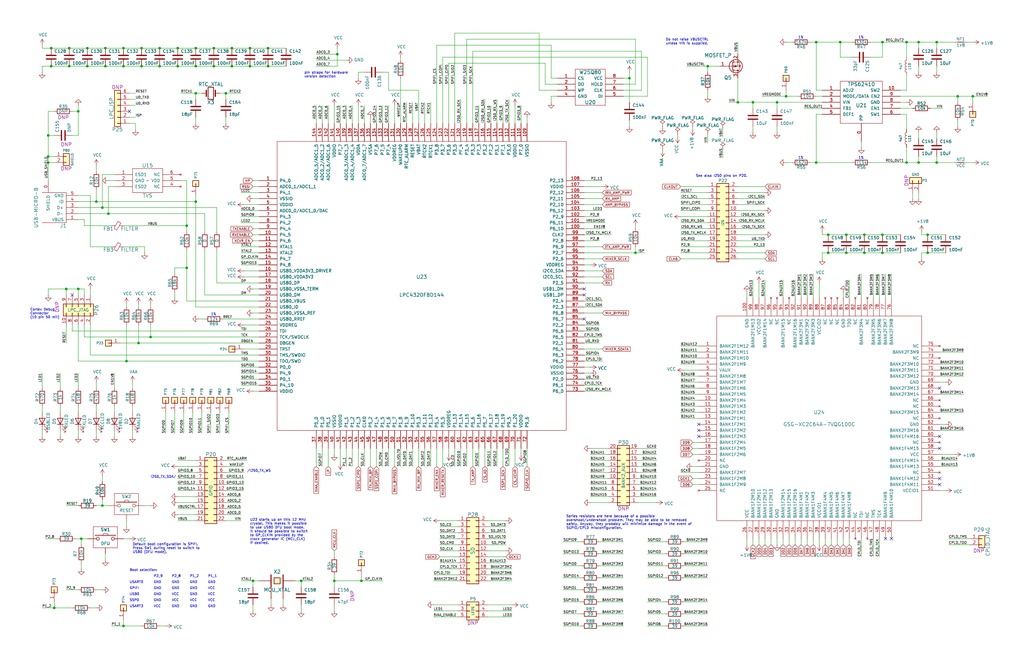
<source format=kicad_sch>
(kicad_sch (version 20211123) (generator eeschema)
  (paper "User" 431.8 279.4)
  (title_block (title "${TITLE}") (date "${DATE}") (rev "${VERSION}") (company "${COPYRIGHT}") (comment 1 "${LICENSE}"))
  (junction (at 34.29 227.33))
  (junction (at 354.33 17.78))
  (junction (at 29.21 27.94))
  (junction (at 311.15 43.18))
  (junction (at 20.32 68.58))
  (junction (at 127 245.11))
  (junction (at 106.68 245.11))
  (junction (at 344.17 68.58))
  (junction (at 267.97 106.68))
  (junction (at 90.17 27.94))
  (junction (at 391.16 106.68))
  (junction (at 331.47 40.64))
  (junction (at 67.31 20.32))
  (junction (at 394.97 17.78))
  (junction (at 52.07 264.16))
  (junction (at 20.32 66.04))
  (junction (at 403.86 40.64))
  (junction (at 33.02 121.92))
  (junction (at 372.11 99.06))
  (junction (at 27.94 121.92))
  (junction (at 74.93 27.94))
  (junction (at 113.03 20.32))
  (junction (at 63.5 142.24))
  (junction (at 52.07 27.94))
  (junction (at 67.31 27.94))
  (junction (at 349.25 106.68))
  (junction (at 36.83 27.94))
  (junction (at 33.02 46.99))
  (junction (at 82.55 39.37))
  (junction (at 364.49 106.68))
  (junction (at 82.55 20.32))
  (junction (at 113.03 27.94))
  (junction (at 78.74 113.03))
  (junction (at 95.25 39.37))
  (junction (at 82.55 27.94))
  (junction (at 372.11 17.78))
  (junction (at 82.55 85.09))
  (junction (at 53.34 152.4))
  (junction (at 298.45 27.94))
  (junction (at 59.69 20.32))
  (junction (at 44.45 20.32))
  (junction (at 58.42 144.78))
  (junction (at 317.5 43.18))
  (junction (at 78.74 95.25))
  (junction (at 43.18 87.63))
  (junction (at 387.35 68.58))
  (junction (at 387.35 17.78))
  (junction (at 97.79 20.32))
  (junction (at 74.93 20.32))
  (junction (at 105.41 27.94))
  (junction (at 59.69 27.94))
  (junction (at 21.59 20.32))
  (junction (at 152.4 245.11))
  (junction (at 29.21 20.32))
  (junction (at 36.83 20.32))
  (junction (at 140.97 245.11))
  (junction (at 97.79 27.94))
  (junction (at 364.49 99.06))
  (junction (at 20.32 57.15))
  (junction (at 382.27 17.78))
  (junction (at 43.18 213.36))
  (junction (at 356.87 106.68))
  (junction (at 142.24 22.86))
  (junction (at 391.16 99.06))
  (junction (at 45.72 90.17))
  (junction (at 382.27 68.58))
  (junction (at 105.41 20.32))
  (junction (at 52.07 20.32))
  (junction (at 394.97 68.58))
  (junction (at 44.45 27.94))
  (junction (at 372.11 106.68))
  (junction (at 344.17 17.78))
  (junction (at 349.25 99.06))
  (junction (at 40.64 85.09))
  (junction (at 327.66 43.18))
  (junction (at 21.59 27.94))
  (junction (at 265.43 33.02))
  (junction (at 356.87 99.06))
  (junction (at 22.86 256.54))
  (junction (at 90.17 20.32))
  (junction (at 410.21 40.64))
  (no_connect (at 396.24 204.47))
  (no_connect (at 246.38 134.62))
  (no_connect (at 396.24 184.15))
  (no_connect (at 294.64 181.61))
  (no_connect (at 54.61 46.99))
  (no_connect (at 294.64 184.15))
  (no_connect (at 246.38 121.92))
  (no_connect (at 246.38 124.46))
  (no_connect (at 396.24 163.83))
  (no_connect (at 294.64 179.07))
  (no_connect (at 375.92 227.33))
  (no_connect (at 396.24 189.23))
  (no_connect (at 30.48 124.46))
  (no_connect (at 396.24 201.93))
  (no_connect (at 373.38 227.33))
  (wire (pts (xy 246.38 129.54) (xy 254 129.54)))
  (wire (pts (xy 265.43 33.02) (xy 265.43 43.18)))
  (wire (pts (xy 176.53 196.85) (xy 176.53 189.23)))
  (wire (pts (xy 394.97 30.48) (xy 394.97 27.94)))
  (wire (pts (xy 181.61 43.18) (xy 181.61 52.07)))
  (wire (pts (xy 382.27 17.78) (xy 382.27 24.13)))
  (wire (pts (xy 127 245.11) (xy 132.08 245.11)))
  (wire (pts (xy 322.58 101.6) (xy 311.15 101.6)))
  (wire (pts (xy 58.42 137.16) (xy 58.42 144.78)))
  (wire (pts (xy 382.27 68.58) (xy 382.27 62.23)))
  (wire (pts (xy 20.32 121.92) (xy 27.94 121.92)))
  (wire (pts (xy 142.24 22.86) (xy 142.24 20.32)))
  (wire (pts (xy 340.36 125.73) (xy 340.36 115.57)))
  (wire (pts (xy 254 86.36) (xy 246.38 86.36)))
  (wire (pts (xy 368.3 125.73) (xy 368.3 115.57)))
  (wire (pts (xy 382.27 38.1) (xy 379.73 38.1)))
  (wire (pts (xy 322.58 125.73) (xy 322.58 118.11)))
  (wire (pts (xy 135.89 189.23) (xy 135.89 196.85)))
  (wire (pts (xy 78.74 113.03) (xy 78.74 127)))
  (wire (pts (xy 151.13 30.48) (xy 153.67 30.48)))
  (wire (pts (xy 201.93 189.23) (xy 201.93 196.85)))
  (wire (pts (xy 246.38 99.06) (xy 257.81 99.06)))
  (wire (pts (xy 54.61 41.91) (xy 57.15 41.91)))
  (wire (pts (xy 102.87 199.39) (xy 95.25 199.39)))
  (wire (pts (xy 179.07 189.23) (xy 179.07 196.85)))
  (wire (pts (xy 222.25 189.23) (xy 222.25 196.85)))
  (wire (pts (xy 27.94 121.92) (xy 27.94 124.46)))
  (wire (pts (xy 280.67 264.16) (xy 273.05 264.16)))
  (wire (pts (xy 199.39 189.23) (xy 199.39 196.85)))
  (wire (pts (xy 109.22 109.22) (xy 101.6 109.22)))
  (wire (pts (xy 372.11 17.78) (xy 382.27 17.78)))
  (wire (pts (xy 30.48 137.16) (xy 30.48 139.7)))
  (wire (pts (xy 248.92 201.93) (xy 256.54 201.93)))
  (wire (pts (xy 354.33 24.13) (xy 359.41 24.13)))
  (wire (pts (xy 29.21 20.32) (xy 36.83 20.32)))
  (wire (pts (xy 353.06 227.33) (xy 353.06 229.87)))
  (wire (pts (xy 232.41 19.05) (xy 184.15 19.05)))
  (wire (pts (xy 185.42 237.49) (xy 193.04 237.49)))
  (wire (pts (xy 207.01 189.23) (xy 207.01 196.85)))
  (wire (pts (xy 171.45 196.85) (xy 171.45 189.23)))
  (wire (pts (xy 379.73 40.64) (xy 403.86 40.64)))
  (wire (pts (xy 29.21 27.94) (xy 36.83 27.94)))
  (wire (pts (xy 246.38 106.68) (xy 267.97 106.68)))
  (wire (pts (xy 153.67 189.23) (xy 153.67 196.85)))
  (wire (pts (xy 109.22 99.06) (xy 106.68 99.06)))
  (wire (pts (xy 394.97 68.58) (xy 402.59 68.58)))
  (wire (pts (xy 322.58 83.82) (xy 311.15 83.82)))
  (wire (pts (xy 21.59 20.32) (xy 29.21 20.32)))
  (wire (pts (xy 267.97 106.68) (xy 271.78 106.68)))
  (wire (pts (xy 279.4 62.865) (xy 279.4 63.5)))
  (wire (pts (xy 267.97 95.25) (xy 267.97 96.52)))
  (wire (pts (xy 367.03 68.58) (xy 382.27 68.58)))
  (wire (pts (xy 354.33 17.78) (xy 354.33 24.13)))
  (wire (pts (xy 273.05 40.64) (xy 262.89 40.64)))
  (wire (pts (xy 33.02 85.09) (xy 40.64 85.09)))
  (wire (pts (xy 33.02 121.92) (xy 35.56 121.92)))
  (wire (pts (xy 307.34 43.18) (xy 311.15 43.18)))
  (wire (pts (xy 17.78 19.05) (xy 17.78 20.32)))
  (wire (pts (xy 54.61 49.53) (xy 57.15 49.53)))
  (wire (pts (xy 322.58 227.33) (xy 322.58 229.87)))
  (wire (pts (xy 246.38 165.1) (xy 257.81 165.1)))
  (wire (pts (xy 85.09 182.88) (xy 85.09 173.99)))
  (wire (pts (xy 269.24 196.85) (xy 276.86 196.85)))
  (wire (pts (xy 294.64 176.53) (xy 287.02 176.53)))
  (wire (pts (xy 342.9 125.73) (xy 342.9 115.57)))
  (wire (pts (xy 246.38 93.98) (xy 255.27 93.98)))
  (wire (pts (xy 246.38 83.82) (xy 254 83.82)))
  (wire (pts (xy 287.02 163.83) (xy 294.64 163.83)))
  (wire (pts (xy 90.17 27.94) (xy 97.79 27.94)))
  (wire (pts (xy 246.38 139.7) (xy 252.73 139.7)))
  (wire (pts (xy 410.21 40.64) (xy 416.56 40.64)))
  (wire (pts (xy 153.67 44.45) (xy 153.67 52.07)))
  (wire (pts (xy 82.55 217.17) (xy 74.93 217.17)))
  (wire (pts (xy 288.29 243.84) (xy 298.45 243.84)))
  (wire (pts (xy 248.92 191.77) (xy 256.54 191.77)))
  (wire (pts (xy 20.32 57.15) (xy 22.86 57.15)))
  (wire (pts (xy 82.55 199.39) (xy 74.93 199.39)))
  (wire (pts (xy 331.47 40.64) (xy 336.55 40.64)))
  (wire (pts (xy 367.03 24.13) (xy 372.11 24.13)))
  (wire (pts (xy 38.1 121.92) (xy 38.1 124.46)))
  (wire (pts (xy 58.42 144.78) (xy 109.22 144.78)))
  (wire (pts (xy 280.67 243.84) (xy 273.05 243.84)))
  (wire (pts (xy 43.18 213.36) (xy 43.18 210.82)))
  (wire (pts (xy 33.02 213.36) (xy 27.94 213.36)))
  (wire (pts (xy 205.74 242.57) (xy 215.9 242.57)))
  (wire (pts (xy 152.4 245.11) (xy 161.29 245.11)))
  (wire (pts (xy 334.01 68.58) (xy 331.47 68.58)))
  (wire (pts (xy 55.88 161.29) (xy 55.88 163.83)))
  (wire (pts (xy 227.33 38.1) (xy 234.95 38.1)))
  (wire (pts (xy 151.13 44.45) (xy 151.13 52.07)))
  (wire (pts (xy 43.18 248.92) (xy 40.64 248.92)))
  (wire (pts (xy 245.11 243.84) (xy 237.49 243.84)))
  (wire (pts (xy 48.26 157.48) (xy 48.26 163.83)))
  (wire (pts (xy 252.73 238.76) (xy 262.89 238.76)))
  (wire (pts (xy 311.15 86.36) (xy 322.58 86.36)))
  (wire (pts (xy 394.97 17.78) (xy 402.59 17.78)))
  (wire (pts (xy 292.1 53.34) (xy 292.1 54.61)))
  (wire (pts (xy 82.55 27.94) (xy 90.17 27.94)))
  (wire (pts (xy 246.38 96.52) (xy 255.27 96.52)))
  (wire (pts (xy 33.02 171.45) (xy 33.02 173.99)))
  (wire (pts (xy 407.67 17.78) (xy 410.21 17.78)))
  (wire (pts (xy 74.93 194.31) (xy 82.55 194.31)))
  (wire (pts (xy 245.11 248.92) (xy 237.49 248.92)))
  (wire (pts (xy 40.64 256.54) (xy 38.1 256.54)))
  (wire (pts (xy 90.17 20.32) (xy 97.79 20.32)))
  (wire (pts (xy 288.29 259.08) (xy 298.45 259.08)))
  (wire (pts (xy 214.63 189.23) (xy 214.63 196.85)))
  (wire (pts (xy 331.47 38.1) (xy 331.47 40.64)))
  (wire (pts (xy 81.28 182.88) (xy 81.28 173.99)))
  (wire (pts (xy 382.27 43.18) (xy 379.73 43.18)))
  (wire (pts (xy 408.94 229.87) (xy 400.05 229.87)))
  (wire (pts (xy 280.67 228.6) (xy 273.05 228.6)))
  (wire (pts (xy 256.54 199.39) (xy 248.92 199.39)))
  (wire (pts (xy 384.81 45.72) (xy 379.73 45.72)))
  (wire (pts (xy 46.99 264.16) (xy 52.07 264.16)))
  (wire (pts (xy 287.02 173.99) (xy 294.64 173.99)))
  (wire (pts (xy 63.5 142.24) (xy 109.22 142.24)))
  (wire (pts (xy 102.87 114.3) (xy 109.22 114.3)))
  (wire (pts (xy 60.96 213.36) (xy 63.5 213.36)))
  (wire (pts (xy 73.66 113.03) (xy 73.66 115.57)))
  (wire (pts (xy 246.38 132.08) (xy 254 132.08)))
  (wire (pts (xy 82.55 209.55) (xy 74.93 209.55)))
  (wire (pts (xy 181.61 189.23) (xy 181.61 196.85)))
  (wire (pts (xy 156.21 189.23) (xy 156.21 196.85)))
  (wire (pts (xy 95.25 52.07) (xy 95.25 49.53)))
  (wire (pts (xy 78.74 76.2) (xy 78.74 95.25)))
  (wire (pts (xy 252.73 254) (xy 262.89 254)))
  (wire (pts (xy 349.25 106.68) (xy 356.87 106.68)))
  (wire (pts (xy 396.24 179.07) (xy 398.78 179.07)))
  (wire (pts (xy 367.03 17.78) (xy 372.11 17.78)))
  (wire (pts (xy 288.29 264.16) (xy 298.45 264.16)))
  (wire (pts (xy 17.78 256.54) (xy 22.86 256.54)))
  (wire (pts (xy 252.73 233.68) (xy 262.89 233.68)))
  (wire (pts (xy 387.35 17.78) (xy 387.35 20.32)))
  (wire (pts (xy 30.48 46.99) (xy 33.02 46.99)))
  (wire (pts (xy 322.58 81.28) (xy 311.15 81.28)))
  (wire (pts (xy 327.66 43.18) (xy 346.71 43.18)))
  (wire (pts (xy 138.43 52.07) (xy 138.43 44.45)))
  (wire (pts (xy 396.24 148.59) (xy 406.4 148.59)))
  (wire (pts (xy 276.86 209.55) (xy 269.24 209.55)))
  (wire (pts (xy 185.42 219.71) (xy 193.04 219.71)))
  (wire (pts (xy 138.43 196.85) (xy 138.43 189.23)))
  (wire (pts (xy 212.09 52.07) (xy 212.09 44.45)))
  (wire (pts (xy 280.67 233.68) (xy 273.05 233.68)))
  (wire (pts (xy 294.64 158.75) (xy 287.02 158.75)))
  (wire (pts (xy 317.5 227.33) (xy 317.5 229.87)))
  (wire (pts (xy 143.51 52.07) (xy 143.51 44.45)))
  (wire (pts (xy 78.74 105.41) (xy 78.74 113.03)))
  (wire (pts (xy 176.53 38.1) (xy 176.53 52.07)))
  (wire (pts (xy 248.92 207.01) (xy 256.54 207.01)))
  (wire (pts (xy 133.35 22.86) (xy 142.24 22.86)))
  (wire (pts (xy 109.22 78.74) (xy 106.68 78.74)))
  (wire (pts (xy 317.5 43.18) (xy 327.66 43.18)))
  (wire (pts (xy 152.4 242.57) (xy 152.4 245.11)))
  (wire (pts (xy 82.55 20.32) (xy 90.17 20.32)))
  (wire (pts (xy 294.64 171.45) (xy 287.02 171.45)))
  (wire (pts (xy 140.97 191.77) (xy 140.97 189.23)))
  (wire (pts (xy 101.6 111.76) (xy 109.22 111.76)))
  (wire (pts (xy 127 247.65) (xy 127 245.11)))
  (wire (pts (xy 96.52 182.88) (xy 96.52 173.99)))
  (wire (pts (xy 20.32 66.04) (xy 20.32 68.58)))
  (wire (pts (xy 74.93 201.93) (xy 82.55 201.93)))
  (wire (pts (xy 205.74 229.87) (xy 213.36 229.87)))
  (wire (pts (xy 163.83 30.48) (xy 163.83 38.1)))
  (wire (pts (xy 344.17 40.64) (xy 346.71 40.64)))
  (wire (pts (xy 288.29 156.21) (xy 294.64 156.21)))
  (wire (pts (xy 215.9 260.35) (xy 205.74 260.35)))
  (wire (pts (xy 358.14 227.33) (xy 358.14 229.87)))
  (wire (pts (xy 254 127) (xy 246.38 127)))
  (wire (pts (xy 109.22 162.56) (xy 101.6 162.56)))
  (wire (pts (xy 133.35 27.94) (xy 142.24 27.94)))
  (wire (pts (xy 17.78 181.61) (xy 17.78 184.15)))
  (wire (pts (xy 327.66 43.18) (xy 327.66 45.72)))
  (wire (pts (xy 287.02 91.44) (xy 298.45 91.44)))
  (wire (pts (xy 163.83 52.07) (xy 163.83 44.45)))
  (wire (pts (xy 273.05 238.76) (xy 280.67 238.76)))
  (wire (pts (xy 287.02 106.68) (xy 298.45 106.68)))
  (wire (pts (xy 322.58 106.68) (xy 311.15 106.68)))
  (wire (pts (xy 43.18 213.36) (xy 45.72 213.36)))
  (wire (pts (xy 347.98 227.33) (xy 347.98 229.87)))
  (wire (pts (xy 20.32 121.92) (xy 20.32 124.46)))
  (wire (pts (xy 396.24 173.99) (xy 406.4 173.99)))
  (wire (pts (xy 215.9 245.11) (xy 205.74 245.11)))
  (wire (pts (xy 60.96 104.14) (xy 60.96 106.68)))
  (wire (pts (xy 246.38 101.6) (xy 252.73 101.6)))
  (wire (pts (xy 168.91 24.13) (xy 168.91 25.4)))
  (wire (pts (xy 294.64 151.13) (xy 287.02 151.13)))
  (wire (pts (xy 73.66 125.73) (xy 73.66 123.19)))
  (wire (pts (xy 82.55 39.37) (xy 85.09 39.37)))
  (wire (pts (xy 254 76.2) (xy 246.38 76.2)))
  (wire (pts (xy 245.11 259.08) (xy 237.49 259.08)))
  (wire (pts (xy 314.96 125.73) (xy 314.96 123.19)))
  (wire (pts (xy 101.6 88.9) (xy 109.22 88.9)))
  (wire (pts (xy 334.01 17.78) (xy 331.47 17.78)))
  (wire (pts (xy 166.37 44.45) (xy 166.37 52.07)))
  (wire (pts (xy 384.81 83.82) (xy 384.81 81.28)))
  (wire (pts (xy 294.64 186.69) (xy 292.1 186.69)))
  (wire (pts (xy 25.4 181.61) (xy 25.4 184.15)))
  (wire (pts (xy 246.38 142.24) (xy 254 142.24)))
  (wire (pts (xy 95.25 209.55) (xy 101.6 209.55)))
  (wire (pts (xy 20.32 66.04) (xy 22.86 66.04)))
  (wire (pts (xy 33.02 152.4) (xy 33.02 137.16)))
  (wire (pts (xy 21.59 27.94) (xy 29.21 27.94)))
  (wire (pts (xy 182.88 242.57) (xy 193.04 242.57)))
  (wire (pts (xy 298.45 27.94) (xy 303.53 27.94)))
  (wire (pts (xy 311.15 22.86) (xy 311.15 17.78)))
  (wire (pts (xy 246.38 88.9) (xy 254 88.9)))
  (wire (pts (xy 63.5 137.16) (xy 63.5 142.24)))
  (wire (pts (xy 34.29 227.33) (xy 36.83 227.33)))
  (wire (pts (xy 45.72 78.74) (xy 45.72 90.17)))
  (wire (pts (xy 287.02 83.82) (xy 298.45 83.82)))
  (wire (pts (xy 40.64 80.01) (xy 40.64 85.09)))
  (wire (pts (xy 398.78 207.01) (xy 396.24 207.01)))
  (wire (pts (xy 113.03 27.94) (xy 120.65 27.94)))
  (wire (pts (xy 314.96 229.87) (xy 314.96 227.33)))
  (wire (pts (xy 54.61 44.45) (xy 57.15 44.45)))
  (wire (pts (xy 394.97 68.58) (xy 394.97 66.04)))
  (wire (pts (xy 248.92 154.94) (xy 246.38 154.94)))
  (wire (pts (xy 191.77 13.97) (xy 191.77 52.07)))
  (wire (pts (xy 95.25 207.01) (xy 102.87 207.01)))
  (wire (pts (xy 388.62 106.68) (xy 388.62 109.22)))
  (wire (pts (xy 382.27 68.58) (xy 387.35 68.58)))
  (wire (pts (xy 403.86 40.64) (xy 410.21 40.64)))
  (wire (pts (xy 40.64 163.83) (xy 40.64 161.29)))
  (wire (pts (xy 322.58 91.44) (xy 311.15 91.44)))
  (wire (pts (xy 40.64 85.09) (xy 82.55 85.09)))
  (wire (pts (xy 102.87 116.84) (xy 109.22 116.84)))
  (wire (pts (xy 294.64 204.47) (xy 292.1 204.47)))
  (wire (pts (xy 209.55 189.23) (xy 209.55 196.85)))
  (wire (pts (xy 44.45 236.22) (xy 44.45 233.68)))
  (wire (pts (xy 387.35 83.82) (xy 387.35 81.28)))
  (wire (pts (xy 35.56 121.92) (xy 35.56 124.46)))
  (wire (pts (xy 20.32 68.58) (xy 20.32 76.2)))
  (wire (pts (xy 74.93 20.32) (xy 82.55 20.32)))
  (wire (pts (xy 34.29 229.87) (xy 34.29 227.33)))
  (wire (pts (xy 52.07 264.16) (xy 59.69 264.16)))
  (wire (pts (xy 95.25 214.63) (xy 101.6 214.63)))
  (wire (pts (xy 106.68 257.81) (xy 106.68 255.27)))
  (wire (pts (xy 194.31 189.23) (xy 194.31 196.85)))
  (wire (pts (xy 158.75 189.23) (xy 158.75 196.85)))
  (wire (pts (xy 140.97 257.81) (xy 140.97 255.27)))
  (wire (pts (xy 344.17 48.26) (xy 346.71 48.26)))
  (wire (pts (xy 196.85 189.23) (xy 196.85 196.85)))
  (wire (pts (xy 133.35 25.4) (xy 146.05 25.4)))
  (wire (pts (xy 363.22 115.57) (xy 363.22 125.73)))
  (wire (pts (xy 109.22 149.86) (xy 38.1 149.86)))
  (wire (pts (xy 322.58 88.9) (xy 311.15 88.9)))
  (wire (pts (xy 304.8 57.785) (xy 304.8 53.975)))
  (wire (pts (xy 36.83 20.32) (xy 44.45 20.32)))
  (wire (pts (xy 396.24 158.75) (xy 406.4 158.75)))
  (wire (pts (xy 52.07 261.62) (xy 52.07 264.16)))
  (wire (pts (xy 31.75 227.33) (xy 34.29 227.33)))
  (wire (pts (xy 387.35 30.48) (xy 387.35 27.94)))
  (wire (pts (xy 69.85 182.88) (xy 69.85 173.99)))
  (wire (pts (xy 217.17 189.23) (xy 217.17 196.85)))
  (wire (pts (xy 248.92 111.76) (xy 246.38 111.76)))
  (wire (pts (xy 364.49 99.06) (xy 372.11 99.06)))
  (wire (pts (xy 280.67 254) (xy 273.05 254)))
  (wire (pts (xy 285.75 56.515) (xy 285.75 57.785)))
  (wire (pts (xy 186.69 24.13) (xy 186.69 52.07)))
  (wire (pts (xy 213.36 237.49) (xy 205.74 237.49)))
  (wire (pts (xy 140.97 245.11) (xy 152.4 245.11)))
  (wire (pts (xy 294.64 166.37) (xy 287.02 166.37)))
  (wire (pts (xy 35.56 137.16) (xy 35.56 142.24)))
  (wire (pts (xy 205.74 227.33) (xy 213.36 227.33)))
  (wire (pts (xy 91.44 87.63) (xy 91.44 97.79)))
  (wire (pts (xy 341.63 17.78) (xy 344.17 17.78)))
  (wire (pts (xy 33.02 157.48) (xy 33.02 163.83)))
  (wire (pts (xy 273.05 24.13) (xy 273.05 40.64)))
  (wire (pts (xy 252.73 259.08) (xy 262.89 259.08)))
  (wire (pts (xy 95.25 39.37) (xy 95.25 41.91)))
  (wire (pts (xy 317.5 43.18) (xy 317.5 45.72)))
  (wire (pts (xy 193.04 232.41) (xy 185.42 232.41)))
  (wire (pts (xy 246.38 160.02) (xy 252.73 160.02)))
  (wire (pts (xy 364.49 106.68) (xy 372.11 106.68)))
  (wire (pts (xy 363.22 62.23) (xy 363.22 59.69)))
  (wire (pts (xy 344.17 17.78) (xy 354.33 17.78)))
  (wire (pts (xy 407.67 68.58) (xy 410.21 68.58)))
  (wire (pts (xy 106.68 247.65) (xy 106.68 245.11)))
  (wire (pts (xy 193.04 234.95) (xy 185.42 234.95)))
  (wire (pts (xy 74.93 207.01) (xy 82.55 207.01)))
  (wire (pts (xy 102.87 137.16) (xy 109.22 137.16)))
  (wire (pts (xy 356.87 106.68) (xy 364.49 106.68)))
  (wire (pts (xy 245.11 238.76) (xy 237.49 238.76)))
  (wire (pts (xy 148.59 189.23) (xy 148.59 196.85)))
  (wire (pts (xy 43.18 200.66) (xy 43.18 203.2)))
  (wire (pts (xy 30.48 139.7) (xy 109.22 139.7)))
  (wire (pts (xy 189.23 191.77) (xy 189.23 189.23)))
  (wire (pts (xy 391.16 99.06) (xy 398.78 99.06)))
  (wire (pts (xy 34.29 240.03) (xy 34.29 237.49)))
  (wire (pts (xy 151.13 33.02) (xy 151.13 30.48)))
  (wire (pts (xy 102.87 86.36) (xy 109.22 86.36)))
  (wire (pts (xy 25.4 157.48) (xy 25.4 163.83)))
  (wire (pts (xy 82.55 39.37) (xy 82.55 41.91)))
  (wire (pts (xy 320.04 125.73) (xy 320.04 119.38)))
  (wire (pts (xy 287.02 109.22) (xy 298.45 109.22)))
  (wire (pts (xy 67.31 27.94) (xy 74.93 27.94)))
  (wire (pts (xy 246.38 144.78) (xy 252.73 144.78)))
  (wire (pts (xy 232.41 43.18) (xy 232.41 40.64)))
  (wire (pts (xy 33.02 152.4) (xy 53.34 152.4)))
  (wire (pts (xy 17.78 20.32) (xy 21.59 20.32)))
  (wire (pts (xy 78.74 113.03) (xy 73.66 113.03)))
  (wire (pts (xy 156.21 49.53) (xy 156.21 52.07)))
  (wire (pts (xy 254 116.84) (xy 246.38 116.84)))
  (wire (pts (xy 82.55 129.54) (xy 109.22 129.54)))
  (wire (pts (xy 396.24 194.31) (xy 403.86 194.31)))
  (wire (pts (xy 106.68 76.2) (xy 109.22 76.2)))
  (wire (pts (xy 254 78.74) (xy 246.38 78.74)))
  (wire (pts (xy 193.04 222.25) (xy 185.42 222.25)))
  (wire (pts (xy 24.13 227.33) (xy 19.05 227.33)))
  (wire (pts (xy 101.6 219.71) (xy 95.25 219.71)))
  (wire (pts (xy 95.25 212.09) (xy 101.6 212.09)))
  (wire (pts (xy 193.04 229.87) (xy 185.42 229.87)))
  (wire (pts (xy 287.02 88.9) (xy 298.45 88.9)))
  (wire (pts (xy 388.62 106.68) (xy 391.16 106.68)))
  (wire (pts (xy 91.44 105.41) (xy 91.44 119.38)))
  (wire (pts (xy 335.28 125.73) (xy 335.28 118.11)))
  (wire (pts (xy 287.02 199.39) (xy 294.64 199.39)))
  (wire (pts (xy 370.84 227.33) (xy 370.84 234.95)))
  (wire (pts (xy 59.69 27.94) (xy 67.31 27.94)))
  (wire (pts (xy 276.86 199.39) (xy 269.24 199.39)))
  (wire (pts (xy 102.87 196.85) (xy 95.25 196.85)))
  (wire (pts (xy 387.35 68.58) (xy 394.97 68.58)))
  (wire (pts (xy 335.28 227.33) (xy 335.28 229.87)))
  (wire (pts (xy 311.15 33.02) (xy 311.15 43.18)))
  (wire (pts (xy 40.64 171.45) (xy 40.64 173.99)))
  (wire (pts (xy 254 81.28) (xy 246.38 81.28)))
  (wire (pts (xy 349.25 99.06) (xy 356.87 99.06)))
  (wire (pts (xy 55.88 181.61) (xy 55.88 184.15)))
  (wire (pts (xy 403.86 43.18) (xy 403.86 40.64)))
  (wire (pts (xy 209.55 52.07) (xy 209.55 41.91)))
  (wire (pts (xy 372.11 99.06) (xy 379.73 99.06)))
  (wire (pts (xy 245.11 233.68) (xy 237.49 233.68)))
  (wire (pts (xy 182.88 255.27) (xy 193.04 255.27)))
  (wire (pts (xy 204.47 196.85) (xy 204.47 189.23)))
  (wire (pts (xy 294.64 196.85) (xy 292.1 196.85)))
  (wire (pts (xy 109.22 93.98) (xy 101.6 93.98)))
  (wire (pts (xy 337.82 125.73) (xy 337.82 115.57)))
  (wire (pts (xy 161.29 52.07) (xy 161.29 44.45)))
  (wire (pts (xy 246.38 149.86) (xy 252.73 149.86)))
  (wire (pts (xy 232.41 40.64) (xy 234.95 40.64)))
  (wire (pts (xy 35.56 95.25) (xy 35.56 92.71)))
  (wire (pts (xy 330.2 125.73) (xy 330.2 118.11)))
  (wire (pts (xy 375.92 115.57) (xy 375.92 125.73)))
  (wire (pts (xy 287.02 101.6) (xy 298.45 101.6)))
  (wire (pts (xy 53.34 128.27) (xy 53.34 129.54)))
  (wire (pts (xy 17.78 163.83) (xy 17.78 157.48)))
  (wire (pts (xy 207.01 52.07) (xy 207.01 44.45)))
  (wire (pts (xy 205.74 224.79) (xy 213.36 224.79)))
  (wire (pts (xy 298.45 96.52) (xy 287.02 96.52)))
  (wire (pts (xy 276.86 191.77) (xy 269.24 191.77)))
  (wire (pts (xy 372.11 24.13) (xy 372.11 17.78)))
  (wire (pts (xy 193.04 227.33) (xy 185.42 227.33)))
  (wire (pts (xy 396.24 153.67) (xy 406.4 153.67)))
  (wire (pts (xy 109.22 96.52) (xy 106.68 96.52)))
  (wire (pts (xy 25.4 171.45) (xy 25.4 173.99)))
  (wire (pts (xy 215.9 240.03) (xy 205.74 240.03)))
  (wire (pts (xy 143.51 195.58) (xy 143.51 189.23)))
  (wire (pts (xy 322.58 78.74) (xy 311.15 78.74)))
  (wire (pts (xy 17.78 171.45) (xy 17.78 173.99)))
  (wire (pts (xy 86.36 105.41) (xy 86.36 124.46)))
  (wire (pts (xy 363.22 227.33) (xy 363.22 234.95)))
  (wire (pts (xy 245.11 254) (xy 237.49 254)))
  (wire (pts (xy 219.71 52.07) (xy 219.71 44.45)))
  (wire (pts (xy 346.71 38.1) (xy 344.17 38.1)))
  (wire (pts (xy 317.5 125.73) (xy 317.5 118.11)))
  (wire (pts (xy 267.97 16.51) (xy 267.97 35.56)))
  (wire (pts (xy 33.02 90.17) (xy 45.72 90.17)))
  (wire (pts (xy 256.54 194.31) (xy 248.92 194.31)))
  (wire (pts (xy 92.71 182.88) (xy 92.71 173.99)))
  (wire (pts (xy 104.14 194.31) (xy 95.25 194.31)))
  (wire (pts (xy 256.54 209.55) (xy 248.92 209.55)))
  (wire (pts (xy 248.92 212.09) (xy 256.54 212.09)))
  (wire (pts (xy 252.73 264.16) (xy 262.89 264.16)))
  (wire (pts (xy 354.33 17.78) (xy 359.41 17.78)))
  (wire (pts (xy 267.97 35.56) (xy 262.89 35.56)))
  (wire (pts (xy 93.98 134.62) (xy 109.22 134.62)))
  (wire (pts (xy 67.31 20.32) (xy 74.93 20.32)))
  (wire (pts (xy 344.17 68.58) (xy 359.41 68.58)))
  (wire (pts (xy 287.02 99.06) (xy 298.45 99.06)))
  (wire (pts (xy 109.22 106.68) (xy 101.6 106.68)))
  (wire (pts (xy 262.89 33.02) (xy 265.43 33.02)))
  (wire (pts (xy 270.51 21.59) (xy 270.51 38.1)))
  (wire (pts (xy 265.43 53.34) (xy 265.43 50.8)))
  (wire (pts (xy 344.17 68.58) (xy 344.17 48.26)))
  (wire (pts (xy 20.32 57.15) (xy 20.32 66.04)))
  (wire (pts (xy 229.87 35.56) (xy 234.95 35.56)))
  (wire (pts (xy 40.64 181.61) (xy 40.64 184.15)))
  (wire (pts (xy 287.02 168.91) (xy 294.64 168.91)))
  (wire (pts (xy 88.9 182.88) (xy 88.9 173.99)))
  (wire (pts (xy 322.58 99.06) (xy 311.15 99.06)))
  (wire (pts (xy 256.54 189.23) (xy 248.92 189.23)))
  (wire (pts (xy 246.38 162.56) (xy 254 162.56)))
  (wire (pts (xy 396.24 156.21) (xy 406.4 156.21)))
  (wire (pts (xy 106.68 83.82) (xy 109.22 83.82)))
  (wire (pts (xy 168.91 33.02) (xy 168.91 52.07)))
  (wire (pts (xy 254 147.32) (xy 246.38 147.32)))
  (wire (pts (xy 146.05 189.23) (xy 146.05 196.85)))
  (wire (pts (xy 339.09 45.72) (xy 346.71 45.72)))
  (wire (pts (xy 109.22 101.6) (xy 106.68 101.6)))
  (wire (pts (xy 294.64 191.77) (xy 292.1 191.77)))
  (wire (pts (xy 52.07 227.33) (xy 54.61 227.33)))
  (wire (pts (xy 394.97 17.78) (xy 394.97 20.32)))
  (wire (pts (xy 36.83 27.94) (xy 44.45 27.94)))
  (wire (pts (xy 48.26 78.74) (xy 45.72 78.74)))
  (wire (pts (xy 50.8 144.78) (xy 58.42 144.78)))
  (wire (pts (xy 265.43 30.48) (xy 265.43 33.02)))
  (wire (pts (xy 321.31 40.64) (xy 331.47 40.64)))
  (wire (pts (xy 73.66 182.88) (xy 73.66 173.99)))
  (wire (pts (xy 288.29 228.6) (xy 298.45 228.6)))
  (wire (pts (xy 304.8 66.675) (xy 304.8 62.865)))
  (wire (pts (xy 410.21 40.64) (xy 410.21 43.18)))
  (wire (pts (xy 396.24 161.29) (xy 398.78 161.29)))
  (wire (pts (xy 246.38 91.44) (xy 252.73 91.44)))
  (wire (pts (xy 105.41 27.94) (xy 113.03 27.94)))
  (wire (pts (xy 105.41 20.32) (xy 113.03 20.32)))
  (wire (pts (xy 127 257.81) (xy 127 255.27)))
  (wire (pts (xy 287.02 104.14) (xy 298.45 104.14)))
  (wire (pts (xy 373.38 125.73) (xy 373.38 115.57)))
  (wire (pts (xy 391.16 106.68) (xy 398.78 106.68)))
  (wire (pts (xy 179.07 52.07) (xy 179.07 43.18)))
  (wire (pts (xy 102.87 204.47) (xy 95.25 204.47)))
  (wire (pts (xy 294.64 146.05) (xy 287.02 146.05)))
  (wire (pts (xy 109.22 81.28) (xy 101.6 81.28)))
  (wire (pts (xy 135.89 44.45) (xy 135.89 52.07)))
  (wire (pts (xy 368.3 227.33) (xy 368.3 234.95)))
  (wire (pts (xy 358.14 125.73) (xy 358.14 118.11)))
  (wire (pts (xy 53.34 219.71) (xy 53.34 222.25)))
  (wire (pts (xy 109.22 154.94) (xy 101.6 154.94)))
  (wire (pts (xy 396.24 196.85) (xy 403.86 196.85)))
  (wire (pts (xy 248.92 157.48) (xy 246.38 157.48)))
  (wire (pts (xy 322.58 104.14) (xy 311.15 104.14)))
  (wire (pts (xy 76.2 39.37) (xy 82.55 39.37)))
  (wire (pts (xy 151.13 196.85) (xy 151.13 189.23)))
  (wire (pts (xy 408.94 227.33) (xy 400.05 227.33)))
  (wire (pts (xy 196.85 16.51) (xy 267.97 16.51)))
  (wire (pts (xy 227.33 13.97) (xy 227.33 38.1)))
  (wire (pts (xy 191.77 189.23) (xy 191.77 196.85)))
  (wire (pts (xy 53.34 152.4) (xy 109.22 152.4)))
  (wire (pts (xy 270.51 38.1) (xy 262.89 38.1)))
  (wire (pts (xy 27.94 137.16) (xy 27.94 144.78)))
  (wire (pts (xy 53.34 137.16) (xy 53.34 152.4)))
  (wire (pts (xy 327.66 229.87) (xy 327.66 227.33)))
  (wire (pts (xy 289.56 27.94) (xy 298.45 27.94)))
  (wire (pts (xy 33.02 87.63) (xy 43.18 87.63)))
  (wire (pts (xy 330.2 227.33) (xy 330.2 229.87)))
  (wire (pts (xy 78.74 127) (xy 109.22 127)))
  (wire (pts (xy 196.85 52.07) (xy 196.85 16.51)))
  (wire (pts (xy 22.86 254) (xy 22.86 256.54)))
  (wire (pts (xy 146.05 44.45) (xy 146.05 52.07)))
  (wire (pts (xy 325.12 227.33) (xy 325.12 229.87)))
  (wire (pts (xy 193.04 240.03) (xy 185.42 240.03)))
  (wire (pts (xy 43.18 73.66) (xy 48.26 73.66)))
  (wire (pts (xy 298.45 86.36) (xy 287.02 86.36)))
  (wire (pts (xy 97.79 27.94) (xy 105.41 27.94)))
  (wire (pts (xy 140.97 234.95) (xy 140.97 232.41)))
  (wire (pts (xy 182.88 245.11) (xy 193.04 245.11)))
  (wire (pts (xy 245.11 228.6) (xy 237.49 228.6)))
  (wire (pts (xy 370.84 115.57) (xy 370.84 125.73)))
  (wire (pts (xy 287.02 148.59) (xy 294.64 148.59)))
  (wire (pts (xy 133.35 189.23) (xy 133.35 196.85)))
  (wire (pts (xy 67.31 264.16) (xy 69.85 264.16)))
  (wire (pts (xy 346.71 97.79) (xy 346.71 99.06)))
  (wire (pts (xy 86.36 90.17) (xy 86.36 97.79)))
  (wire (pts (xy 124.46 245.11) (xy 127 245.11)))
  (wire (pts (xy 217.17 44.45) (xy 217.17 52.07)))
  (wire (pts (xy 52.07 104.14) (xy 60.96 104.14)))
  (wire (pts (xy 163.83 189.23) (xy 163.83 196.85)))
  (wire (pts (xy 246.38 152.4) (xy 254 152.4)))
  (wire (pts (xy 106.68 121.92) (xy 109.22 121.92)))
  (wire (pts (xy 101.6 104.14) (xy 109.22 104.14)))
  (wire (pts (xy 342.9 227.33) (xy 342.9 229.87)))
  (wire (pts (xy 219.71 191.77) (xy 219.71 189.23)))
  (wire (pts (xy 161.29 189.23) (xy 161.29 196.85)))
  (wire (pts (xy 248.92 196.85) (xy 256.54 196.85)))
  (wire (pts (xy 48.26 171.45) (xy 48.26 173.99)))
  (wire (pts (xy 252.73 228.6) (xy 262.89 228.6)))
  (wire (pts (xy 234.95 33.02) (xy 232.41 33.02)))
  (wire (pts (xy 109.22 157.48) (xy 101.6 157.48)))
  (wire (pts (xy 20.32 46.99) (xy 20.32 57.15)))
  (wire (pts (xy 320.04 227.33) (xy 320.04 229.87)))
  (wire (pts (xy 269.24 207.01) (xy 276.86 207.01)))
  (wire (pts (xy 82.55 214.63) (xy 74.93 214.63)))
  (wire (pts (xy 45.72 76.2) (xy 48.26 76.2)))
  (wire (pts (xy 43.18 87.63) (xy 91.44 87.63)))
  (wire (pts (xy 346.71 99.06) (xy 349.25 99.06)))
  (wire (pts (xy 44.45 20.32) (xy 52.07 20.32)))
  (wire (pts (xy 54.61 39.37) (xy 57.15 39.37)))
  (wire (pts (xy 82.55 212.09) (xy 74.93 212.09)))
  (wire (pts (xy 82.55 85.09) (xy 82.55 129.54)))
  (wire (pts (xy 276.86 212.09) (xy 269.24 212.09)))
  (wire (pts (xy 294.64 189.23) (xy 292.1 189.23)))
  (wire (pts (xy 166.37 189.23) (xy 166.37 196.85)))
  (wire (pts (xy 212.09 189.23) (xy 212.09 196.85)))
  (wire (pts (xy 140.97 44.45) (xy 140.97 52.07)))
  (wire (pts (xy 48.26 181.61) (xy 48.26 184.15)))
  (wire (pts (xy 182.88 260.35) (xy 193.04 260.35)))
  (wire (pts (xy 246.38 109.22) (xy 254 109.22)))
  (wire (pts (xy 95.25 39.37) (xy 101.6 39.37)))
  (wire (pts (xy 287.02 81.28) (xy 298.45 81.28)))
  (wire (pts (xy 279.4 53.34) (xy 279.4 53.975)))
  (wire (pts (xy 33.02 46.99) (xy 33.02 57.15)))
  (wire (pts (xy 294.64 161.29) (xy 287.02 161.29)))
  (wire (pts (xy 346.71 106.68) (xy 346.71 109.22)))
  (wire (pts (xy 298.45 27.94) (xy 298.45 30.48)))
  (wire (pts (xy 33.02 181.61) (xy 33.02 184.15)))
  (wire (pts (xy 35.56 95.25) (xy 46.99 95.25)))
  (wire (pts (xy 222.25 49.53) (xy 222.25 52.07)))
  (wire (pts (xy 341.63 68.58) (xy 344.17 68.58)))
  (wire (pts (xy 344.17 38.1) (xy 344.17 17.78)))
  (wire (pts (xy 394.97 55.88) (xy 394.97 58.42)))
  (wire (pts (xy 396.24 181.61) (xy 406.4 181.61)))
  (wire (pts (xy 327.66 53.34) (xy 327.66 55.88)))
  (wire (pts (xy 59.69 20.32) (xy 67.31 20.32)))
  (wire (pts (xy 92.71 39.37) (xy 95.25 39.37)))
  (wire (pts (xy 193.04 224.79) (xy 185.42 224.79)))
  (wire (pts (xy 76.2 76.2) (xy 78.74 76.2)))
  (wire (pts (xy 33.02 57.15) (xy 30.48 57.15)))
  (wire (pts (xy 205.74 222.25) (xy 213.36 222.25)))
  (wire (pts (xy 387.35 55.88) (xy 387.35 58.42)))
  (wire (pts (xy 215.9 255.27) (xy 205.74 255.27)))
  (wire (pts (xy 345.44 229.87) (xy 345.44 227.33)))
  (wire (pts (xy 252.73 137.16) (xy 246.38 137.16)))
  (wire (pts (xy 229.87 26.67) (xy 229.87 35.56)))
  (wire (pts (xy 387.35 68.58) (xy 387.35 66.04)))
  (wire (pts (xy 113.03 20.32) (xy 120.65 20.32)))
  (wire (pts (xy 252.73 248.92) (xy 262.89 248.92)))
  (wire (pts (xy 173.99 189.23) (xy 173.99 196.85)))
  (wire (pts (xy 382.27 17.78) (xy 387.35 17.78)))
  (wire (pts (xy 119.38 255.27) (xy 119.38 252.73)))
  (wire (pts (xy 33.02 121.92) (xy 33.02 124.46)))
  (wire (pts (xy 173.99 43.18) (xy 173.99 52.07)))
  (wire (pts (xy 184.15 189.23) (xy 184.15 196.85)))
  (wire (pts (xy 403.86 53.34) (xy 403.86 50.8)))
  (wire (pts (xy 276.86 189.23) (xy 269.24 189.23)))
  (wire (pts (xy 288.29 254) (xy 298.45 254)))
  (wire (pts (xy 86.36 124.46) (xy 109.22 124.46)))
  (wire (pts (xy 287.02 93.98) (xy 298.45 93.98)))
  (wire (pts (xy 57.15 52.07) (xy 54.61 52.07)))
  (wire (pts (xy 109.22 147.32) (xy 102.87 147.32)))
  (wire (pts (xy 52.07 95.25) (xy 78.74 95.25)))
  (wire (pts (xy 204.47 52.07) (xy 204.47 41.91)))
  (wire (pts (xy 114.3 255.27) (xy 114.3 252.73)))
  (wire (pts (xy 276.86 204.47) (xy 269.24 204.47)))
  (wire (pts (xy 402.59 191.77) (xy 396.24 191.77)))
  (wire (pts (xy 148.59 44.45) (xy 148.59 52.07)))
  (wire (pts (xy 40.64 213.36) (xy 43.18 213.36)))
  (wire (pts (xy 44.45 27.94) (xy 52.07 27.94)))
  (wire (pts (xy 213.36 219.71) (xy 205.74 219.71)))
  (wire (pts (xy 33.02 82.55) (xy 38.1 82.55)))
  (wire (pts (xy 22.86 46.99) (xy 20.32 46.99)))
  (wire (pts (xy 27.94 121.92) (xy 33.02 121.92)))
  (wire (pts (xy 311.15 43.18) (xy 317.5 43.18)))
  (wire (pts (xy 214.63 52.07) (xy 214.63 41.91)))
  (wire (pts (xy 388.62 99.06) (xy 388.62 97.79)))
  (wire (pts (xy 78.74 95.25) (xy 78.74 97.79)))
  (wire (pts (xy 276.86 194.31) (xy 269.24 194.31)))
  (wire (pts (xy 74.93 219.71) (xy 82.55 219.71)))
  (wire (pts (xy 52.07 27.94) (xy 59.69 27.94)))
  (wire (pts (xy 186.69 24.13) (xy 273.05 24.13)))
  (wire (pts (xy 74.93 196.85) (xy 82.55 196.85)))
  (wire (pts (xy 17.78 27.94) (xy 21.59 27.94)))
  (wire (pts (xy 168.91 189.23) (xy 168.91 196.85)))
  (wire (pts (xy 246.38 104.14) (xy 254 104.14)))
  (wire (pts (xy 171.45 43.18) (xy 171.45 52.07)))
  (wire (pts (xy 332.74 227.33) (xy 332.74 229.87)))
  (wire (pts (xy 194.31 52.07) (xy 194.31 41.91)))
  (wire (pts (xy 40.64 69.85) (xy 40.64 72.39)))
  (wire (pts (xy 396.24 166.37) (xy 406.4 166.37)))
  (wire (pts (xy 82.55 204.47) (xy 74.93 204.47)))
  (wire (pts (xy 97.79 20.32) (xy 105.41 20.32)))
  (wire (pts (xy 355.6 125.73) (xy 355.6 123.19)))
  (wire (pts (xy 337.82 227.33) (xy 337.82 229.87)))
  (wire (pts (xy 294.64 201.93) (xy 292.1 201.93)))
  (wire (pts (xy 133.35 44.45) (xy 133.35 52.07)))
  (wire (pts (xy 91.44 119.38) (xy 109.22 119.38)))
  (wire (pts (xy 356.87 99.06) (xy 364.49 99.06)))
  (wire (pts (xy 95.25 217.17) (xy 101.6 217.17)))
  (wire (pts (xy 17.78 27.94) (xy 17.78 30.48)))
  (wire (pts (xy 267.97 104.14) (xy 267.97 106.68)))
  (wire (pts (xy 317.5 55.88) (xy 317.5 53.34)))
  (wire (pts (xy 55.88 171.45) (xy 55.88 173.99)))
  (wire (pts (xy 109.22 91.44) (xy 101.6 91.44)))
  (wire (pts (xy 189.23 52.07) (xy 189.23 26.67)))
  (wire (pts (xy 189.23 26.67) (xy 229.87 26.67)))
  (wire (pts (xy 163.83 38.1) (xy 176.53 38.1)))
  (wire (pts (xy 382.27 48.26) (xy 382.27 54.61)))
  (wire (pts (xy 245.11 264.16) (xy 237.49 264.16)))
  (wire (pts (xy 184.15 19.05) (xy 184.15 52.07)))
  (wire (pts (xy 379.73 48.26) (xy 382.27 48.26)))
  (wire (pts (xy 298.45 38.1) (xy 298.45 40.64)))
  (wire (pts (xy 191.77 13.97) (xy 227.33 13.97)))
  (wire (pts (xy 20.32 68.58) (xy 22.86 68.58)))
  (wire (pts (xy 311.15 93.98) (xy 322.58 93.98)))
  (wire (pts (xy 392.43 45.72) (xy 397.51 45.72)))
  (wire (pts (xy 142.24 22.86) (xy 142.24 27.94)))
  (wire (pts (xy 45.72 90.17) (xy 86.36 90.17)))
  (wire (pts (xy 215.9 257.81) (xy 205.74 257.81)))
  (wire (pts (xy 199.39 52.07) (xy 199.39 21.59)))
  (wire (pts (xy 38.1 82.55) (xy 38.1 104.14)))
  (wire (pts (xy 256.54 204.47) (xy 248.92 204.47)))
  (wire (pts (xy 95.25 201.93) (xy 102.87 201.93)))
  (wire (pts (xy 350.52 227.33) (xy 350.52 229.87)))
  (wire (pts (xy 43.18 87.63) (xy 43.18 73.66)))
  (wire (pts (xy 82.55 82.55) (xy 82.55 85.09)))
  (wire (pts (xy 158.75 52.07) (xy 158.75 44.45)))
  (wire (pts (xy 106.68 132.08) (xy 109.22 132.08)))
  (wire (pts (xy 294.64 153.67) (xy 287.02 153.67)))
  (wire (pts (xy 22.86 256.54) (xy 30.48 256.54)))
  (wire (pts (xy 101.6 245.11) (xy 106.68 245.11)))
  (wire (pts (xy 77.47 182.88) (xy 77.47 173.99)))
  (wire (pts (xy 345.44 125.73) (xy 345.44 119.38)))
  (wire (pts (xy 269.24 201.93) (xy 276.86 201.93)))
  (wire (pts (xy 213.36 232.41) (xy 205.74 232.41)))
  (wire (pts (xy 213.36 234.95) (xy 205.74 234.95)))
  (wire (pts (xy 288.29 238.76) (xy 298.45 238.76)))
  (wire (pts (xy 340.36 227.33) (xy 340.36 229.87)))
  (wire (pts (xy 38.1 149.86) (xy 38.1 137.16)))
  (wire (pts (xy 140.97 242.57) (xy 140.97 245.11)))
  (wire (pts (xy 387.35 17.78) (xy 394.97 17.78)))
  (wire (pts (xy 252.73 243.84) (xy 262.89 243.84)))
  (wire (pts (xy 52.07 20.32) (xy 59.69 20.32)))
  (wire (pts (xy 35.56 142.24) (xy 63.5 142.24)))
  (wire (pts (xy 106.68 165.1) (xy 109.22 165.1)))
  (wire (pts (xy 199.39 21.59) (xy 270.51 21.59)))
  (wire (pts (xy 382.27 31.75) (xy 382.27 38.1)))
  (wire (pts (xy 346.71 106.68) (xy 349.25 106.68)))
  (wire (pts (xy 140.97 245.11) (xy 140.97 247.65)))
  (wire (pts (xy 58.42 128.27) (xy 58.42 129.54)))
  (wire (pts (xy 63.5 128.27) (xy 63.5 129.54)))
  (wire (pts (xy 163.83 30.48) (xy 161.29 30.48)))
  (wire (pts (xy 311.15 96.52) (xy 322.58 96.52)))
  (wire (pts (xy 298.45 60.325) (xy 298.45 56.515)))
  (wire (pts (xy 106.68 245.11) (xy 109.22 245.11)))
  (wire (pts (xy 254 114.3) (xy 246.38 114.3)))
  (wire (pts (xy 182.88 257.81) (xy 193.04 257.81)))
  (wire (pts (xy 83.82 134.62) (xy 86.36 134.62)))
  (wire (pts (xy 33.02 44.45) (xy 33.02 46.99)))
  (wire (pts (xy 57.15 54.61) (xy 57.15 52.07)))
  (wire (pts (xy 311.15 109.22) (xy 322.58 109.22)))
  (wire (pts (xy 298.45 78.74) (xy 287.02 78.74)))
  (wire (pts (xy 38.1 104.14) (xy 46.99 104.14)))
  (wire (pts (xy 82.55 49.53) (xy 82.55 52.07)))
  (wire (pts (xy 186.69 189.23) (xy 186.69 196.85)))
  (wire (pts (xy 33.02 248.92) (xy 27.94 248.92)))
  (wire (pts (xy 35.56 92.71) (xy 33.02 92.71)))
  (wire (pts (xy 372.11 106.68) (xy 379.73 106.68)))
  (wire (pts (xy 74.93 27.94) (xy 82.55 27.94)))
  (wire (pts (xy 254 119.38) (xy 246.38 119.38)))
  (wire (pts (xy 288.29 233.68) (xy 298.45 233.68)))
  (wire (pts (xy 388.62 99.06) (xy 391.16 99.06)))
  (wire (pts (xy 109.22 160.02) (xy 101.6 160.02)))
  (wire (pts (xy 273.05 259.08) (xy 280.67 259.08)))
  (wire (pts (xy 355.6 227.33) (xy 355.6 229.87)))
  (wire (pts (xy 232.41 33.02) (xy 232.41 19.05)))
  (wire (pts (xy 201.93 52.07) (xy 201.93 44.45)))
  (text "GND" (at 64.77 246.38 0) (effects (font (size 1.016 1.016)) (justify left bottom)))
  (text "VCC" (at 72.39 254 0) (effects (font (size 1.016 1.016)) (justify left bottom)))
  (text "1%" (at 361.95 16.51 0) (effects (font (size 1.016 1.016)) (justify left bottom)))
  (text "Series resistors are here because of a possible\novershoot/undershoot problem. They may be able to be removed\nsafely. Anyway, they probably will minimize damage in the event of\nSGPIO/CPLD misconfiguration." (at 238.76 223.52 0) (effects (font (size 1.016 1.016)) (justify left bottom)))
  (text "Default boot configuration is SPIFI.\nPress SW1 during reset to switch to\nUSB0 (DFU mode)." (at 55.88 233.68 0) (effects (font (size 1.016 1.016)) (justify left bottom)))
  (text "VCC" (at 64.77 256.54 0) (effects (font (size 1.016 1.016)) (justify left bottom)))
  (text "I2S0_TX_SDA/" (at 63.5 201.93 0) (effects (font (size 1.016 1.016)) (justify left bottom)))
  (text "1%" (at 88.9 133.35 0) (effects (font (size 1.016 1.016)) (justify left bottom)))
  (text "1%" (at 361.95 67.31 0) (effects (font (size 1.016 1.016)) (justify left bottom)))
  (text "USB0" (at 54.61 251.46 0) (effects (font (size 1.016 1.016)) (justify left bottom)))
  (text "1%" (at 336.55 16.51 0) (effects (font (size 1.016 1.016)) (justify left bottom)))
  (text "Boot selection:" (at 54.61 241.3 0) (effects (font (size 1.016 1.016)) (justify left bottom)))
  (text "GND" (at 72.39 256.54 0) (effects (font (size 1.016 1.016)) (justify left bottom)))
  (text "pin straps for hardware\nversion detection" (at 128.27 33.02 0) (effects (font (size 1.016 1.016)) (justify left bottom)))
  (text "VCC" (at 87.63 254 0) (effects (font (size 1.016 1.016)) (justify left bottom)))
  (text "GND" (at 64.77 248.92 0) (effects (font (size 1.016 1.016)) (justify left bottom)))
  (text "GND" (at 87.63 246.38 0) (effects (font (size 1.016 1.016)) (justify left bottom)))
  (text "1%" (at 336.55 67.31 0) (effects (font (size 1.016 1.016)) (justify left bottom)))
  (text "See also I2S0 pins on P20." (at 293.37 74.93 0) (effects (font (size 1.016 1.016)) (justify left bottom)))
  (text "VCC" (at 87.63 248.92 0) (effects (font (size 1.016 1.016)) (justify left bottom)))
  (text "/I2S0_TX_WS" (at 104.14 199.39 0) (effects (font (size 1.016 1.016)) (justify left bottom)))
  (text "USART0" (at 54.61 246.38 0) (effects (font (size 1.016 1.016)) (justify left bottom)))
  (text "GND" (at 87.63 256.54 0) (effects (font (size 1.016 1.016)) (justify left bottom)))
  (text "GND" (at 80.01 246.38 0) (effects (font (size 1.016 1.016)) (justify left bottom)))
  (text "GND" (at 80.01 256.54 0) (effects (font (size 1.016 1.016)) (justify left bottom)))
  (text "SSP0" (at 54.61 254 0) (effects (font (size 1.016 1.016)) (justify left bottom)))
  (text "GND" (at 64.77 251.46 0) (effects (font (size 1.016 1.016)) (justify left bottom)))
  (text "GND" (at 80.01 248.92 0) (effects (font (size 1.016 1.016)) (justify left bottom)))
  (text "GND" (at 80.01 251.46 0) (effects (font (size 1.016 1.016)) (justify left bottom)))
  (text "P2_8" (at 72.39 243.84 0) (effects (font (size 1.016 1.016)) (justify left bottom)))
  (text "P1_1" (at 87.63 243.84 0) (effects (font (size 1.016 1.016)) (justify left bottom)))
  (text "P2_9" (at 64.77 243.84 0) (effects (font (size 1.016 1.016)) (justify left bottom)))
  (text "VCC" (at 87.63 251.46 0) (effects (font (size 1.016 1.016)) (justify left bottom)))
  (text "USART3" (at 54.61 256.54 0) (effects (font (size 1.016 1.016)) (justify left bottom)))
  (text "VCC" (at 80.01 254 0) (effects (font (size 1.016 1.016)) (justify left bottom)))
  (text "Do not raise VBUSCTRL\nunless VIN is supplied." (at 280.67 19.05 0) (effects (font (size 1.016 1.016)) (justify left bottom)))
  (text "GND" (at 72.39 246.38 0) (effects (font (size 1.016 1.016)) (justify left bottom)))
  (text "Cortex Debug\nConnector\n(10 pin 50 mil)" (at 12.7 134.62 0) (effects (font (size 1.016 1.016)) (justify left bottom)))
  (text "GND" (at 72.39 248.92 0) (effects (font (size 1.016 1.016)) (justify left bottom)))
  (text "P1_2" (at 80.01 243.84 0) (effects (font (size 1.016 1.016)) (justify left bottom)))
  (text "U23 starts up on this 12 MHz\ncrystal. This makes it possible\nto use USB0 DFU boot mode.\nIt should be possible to switch\nto GP_CLKIN provided by the\nclock generator IC (MCL_CLK)\nif desired." (at 105.41 229.87 0) (effects (font (size 1.016 1.016)) (justify left bottom)))
  (text "SPIFI" (at 54.61 248.92 0) (effects (font (size 1.016 1.016)) (justify left bottom)))
  (text "GND" (at 64.77 254 0) (effects (font (size 1.016 1.016)) (justify left bottom)))
  (text "VCC" (at 72.39 251.46 0) (effects (font (size 1.016 1.016)) (justify left bottom)))
  (label "VBUS" (at 74.93 219.71 0) (effects (font (size 1.016 1.016))))
  (label "GPIO3_9" (at 102.87 199.39 180) (effects (font (size 1.016 1.016))))
  (label "B2AUX2" (at 287.02 173.99 0) (effects (font (size 1.016 1.016))))
  (label "WAKEUP" (at 168.91 43.18 270) (effects (font (size 1.016 1.016))))
  (label "ISP" (at 57.15 49.53 0) (effects (font (size 1.016 1.016))))
  (label "SGPIO6" (at 273.05 264.16 0) (effects (font (size 1.016 1.016))))
  (label "VIN" (at 307.34 43.18 0) (effects (font (size 1.016 1.016))))
  (label "SD_DAT3" (at 213.36 222.25 180) (effects (font (size 1.016 1.016))))
  (label "ADC0_3" (at 133.35 22.86 0) (effects (font (size 1.016 1.016))))
  (label "XTAL1" (at 101.6 245.11 0) (effects (font (size 1.016 1.016))))
  (label "RESET" (at 27.94 144.78 90) (effects (font (size 1.016 1.016))))
  (label "VBUS" (at 311.15 17.78 270) (effects (font (size 1.016 1.016))))
  (label "BANK2F3M1" (at 337.82 115.57 270) (effects (font (size 1.016 1.016))))
  (label "TDI" (at 101.6 139.7 0) (effects (font (size 1.016 1.016))))
  (label "SGPIO13" (at 101.6 111.76 0) (effects (font (size 1.016 1.016))))
  (label "VBUS" (at 304.8 66.675 90) (effects (font (size 1.016 1.016))))
  (label "LED3" (at 33.02 157.48 270) (effects (font (size 1.016 1.016))))
  (label "BANK2F3M1" (at 262.89 228.6 180) (effects (font (size 1.016 1.016))))
  (label "ADC0_5" (at 133.35 44.45 270) (effects (font (size 1.016 1.016))))
  (label "SGPIO3" (at 273.05 233.68 0) (effects (font (size 1.016 1.016))))
  (label "B2AUX1" (at 287.02 176.53 0) (effects (font (size 1.016 1.016))))
  (label "GPIO3_10" (at 74.93 201.93 0) (effects (font (size 1.016 1.016))))
  (label "B2AUX11" (at 248.92 204.47 0) (effects (font (size 1.016 1.016))))
  (label "CPLD_TDI" (at 182.88 242.57 0) (effects (font (size 1.016 1.016))))
  (label "BANK2F3M5" (at 368.3 115.57 270) (effects (font (size 1.016 1.016))))
  (label "ADC0_7" (at 133.35 27.94 0) (effects (font (size 1.016 1.016))))
  (label "RESET" (at 173.99 43.18 270) (effects (font (size 1.016 1.016))))
  (label "SGPIO11" (at 85.09 182.88 90) (effects (font (size 1.016 1.016))))
  (label "ADC0_2" (at 135.89 44.45 270) (effects (font (size 1.016 1.016))))
  (label "SGPIO4" (at 252.73 149.86 180) (effects (font (size 1.016 1.016))))
  (label "P2_9" (at 287.02 104.14 0) (effects (font (size 1.016 1.016))))
  (label "CPLD_TMS" (at 254 142.24 180) (effects (font (size 1.016 1.016))))
  (label "SPIFI_CS" (at 184.15 35.56 90) (effects (font (size 1.016 1.016))))
  (label "CPLD_TCK" (at 254 162.56 180) (effects (font (size 1.016 1.016))))
  (label "B2AUX7" (at 287.02 161.29 0) (effects (font (size 1.016 1.016))))
  (label "SGPIO9" (at 101.6 91.44 0) (effects (font (size 1.016 1.016))))
  (label "SGPIO10" (at 237.49 264.16 0) (effects (font (size 1.016 1.016))))
  (label "BANK2F3M4" (at 262.89 243.84 180) (effects (font (size 1.016 1.016))))
  (label "CPLD_TCK" (at 370.84 234.95 90) (effects (font (size 1.016 1.016))))
  (label "B2AUX8" (at 276.86 199.39 180) (effects (font (size 1.016 1.016))))
  (label "ADC0_7" (at 153.67 44.45 270) (effects (font (size 1.016 1.016))))
  (label "BANK2F3M10" (at 298.45 233.68 180) (effects (font (size 1.016 1.016))))
  (label "P2_9" (at 27.94 248.92 0) (effects (font (size 1.016 1.016))))
  (label "VIN" (at 397.51 45.72 180) (effects (font (size 1.016 1.016))))
  (label "RTC_ALARM" (at 171.45 43.18 270) (effects (font (size 1.016 1.016))))
  (label "LED2" (at 215.9 257.81 180) (effects (font (size 1.016 1.016))))
  (label "SGPIO13" (at 237.49 233.68 0) (effects (font (size 1.016 1.016))))
  (label "REG_OUT2" (at 373.38 17.78 0) (effects (font (size 1.016 1.016))))
  (label "LED1" (at 17.78 157.48 270) (effects (font (size 1.016 1.016))))
  (label "CPLD_TMS" (at 400.05 227.33 0) (effects (font (size 1.016 1.016))))
  (label "I2S0_RX_SDA" (at 287.02 93.98 0) (effects (font (size 1.016 1.016))))
  (label "GPIO3_11" (at 102.87 201.93 180) (effects (font (size 1.016 1.016))))
  (label "B2AUX3" (at 248.92 194.31 0) (effects (font (size 1.016 1.016))))
  (label "BANK2F3M11" (at 298.45 238.76 180) (effects (font (size 1.016 1.016))))
  (label "RTCX2" (at 179.07 43.18 270) (effects (font (size 1.016 1.016))))
  (label "RTCX2" (at 101.6 39.37 180) (effects (font (size 1.016 1.016))))
  (label "VBUSCTRL" (at 74.93 214.63 0) (effects (font (size 1.016 1.016))))
  (label "CPLD_TDO" (at 358.14 118.11 270) (effects (font (size 1.016 1.016))))
  (label "B2AUX16" (at 335.28 118.11 270) (effects (font (size 1.016 1.016))))
  (label "SPIFI_SCK" (at 199.39 35.56 90) (effects (font (size 1.016 1.016))))
  (label "P2_8" (at 19.05 227.33 0) (effects (font (size 1.016 1.016))))
  (label "ISP" (at 271.78 106.68 180) (effects (font (size 1.016 1.016))))
  (label "SGPIO7" (at 73.66 182.88 90) (effects (font (size 1.016 1.016))))
  (label "BANK2F3M5" (at 262.89 248.92 180) (effects (font (size 1.016 1.016))))
  (label "I2S0_RX_SCK" (at 194.31 41.91 270) (effects (font (size 1.016 1.016))))
  (label "BANK2F3M10" (at 406.4 153.67 180) (effects (font (size 1.016 1.016))))
  (label "XTAL2" (at 101.6 106.68 0) (effects (font (size 1.016 1.016))))
  (label "SD_DAT3" (at 181.61 196.85 90) (effects (font (size 1.016 1.016))))
  (label "CPLD_TCK" (at 185.42 240.03 0) (effects (font (size 1.016 1.016))))
  (label "BANK2F3M11" (at 406.4 156.21 180) (effects (font (size 1.016 1.016))))
  (label "XTAL1" (at 101.6 104.14 0) (effects (font (size 1.016 1.016))))
  (label "RREF" (at 93.98 134.62 0) (effects (font (size 1.016 1.016))))
  (label "VBAT" (at 74.93 194.31 0) (effects (font (size 1.016 1.016))))
  (label "B2AUX1" (at 248.92 191.77 0) (effects (font (size 1.016 1.016))))
  (label "CPLD_TDI" (at 254 152.4 180) (effects (font (size 1.016 1.016))))
  (label "BANK2F3M16" (at 406.4 181.61 180) (effects (font (size 1.016 1.016))))
  (label "B1AUX14" (at 185.42 237.49 0) (effects (font (size 1.016 1.016))))
  (label "I2S0_TX_SCK" (at 214.63 41.91 270) (effects (font (size 1.016 1.016))))
  (label "I2S0_RX_WS" (at 209.55 41.91 270) (effects (font (size 1.016 1.016))))
  (label "TCK" (at 101.6 142.24 0) (effects (font (size 1.016 1.016))))
  (label "BANK2F3M4" (at 215.9 245.11 180) (effects (font (size 1.016 1.016))))
  (label "I2C1_SCL" (at 287.02 83.82 0) (effects (font (size 1.016 1.016))))
  (label "SGPIO2" (at 196.85 196.85 90) (effects (font (size 1.016 1.016))))
  (label "B2AUX15" (at 248.92 209.55 0) (effects (font (size 1.016 1.016))))
  (label "SGPIO14" (at 101.6 157.48 0) (effects (font (size 1.016 1.016))))
  (label "SGPIO11" (at 207.01 196.85 90) (effects (font (size 1.016 1.016))))
  (label "B2AUX15" (at 330.2 118.11 270) (effects (font (size 1.016 1.016))))
  (label "SGPIO9" (at 77.47 182.88 90) (effects (font (size 1.016 1.016))))
  (label "U0_RXD" (at 252.73 144.78 180) (effects (font (size 1.016 1.016))))
  (label "!VAA_ENABLE" (at 182.88 260.35 0) (effects (font (size 1.016 1.016))))
  (label "B2AUX2" (at 276.86 191.77 180) (effects (font (size 1.016 1.016))))
  (label "BANK2F3M15" (at 406.4 173.99 180) (effects (font (size 1.016 1.016))))
  (label "GPIO3_15" (at 102.87 207.01 180) (effects (font (size 1.016 1.016))))
  (label "SD_POW" (at 161.29 196.85 90) (effects (font (size 1.016 1.016))))
  (label "P1_2" (at 17.78 256.54 0) (effects (font (size 1.016 1.016))))
  (label "SPIFI_SIO2" (at 88.9 182.88 90) (effects (font (size 1.016 1.016))))
  (label "RESET" (at 27.94 213.36 0) (effects (font (size 1.016 1.016))))
  (label "ADC0_5" (at 101.6 214.63 180) (effects (font (size 1.016 1.016))))
  (label "BANK2F3M2" (at 215.9 240.03 180) (effects (font (size 1.016 1.016))))
  (label "B2AUX12" (at 287.02 146.05 0) (effects (font (size 1.016 1.016))))
  (label "B2AUX3" (at 287.02 171.45 0) (effects (font (size 1.016 1.016))))
  (label "LED3" (at 215.9 260.35 180) (effects (font (size 1.016 1.016))))
  (label "DM" (at 101.6 124.46 0) (effects (font (size 1.016 1.016))))
  (label "BANK2F3M6" (at 370.84 115.57 270) (effects (font (size 1.016 1.016))))
  (label "SD_DAT1" (at 213.36 224.79 180) (effects (font (size 1.016 1.016))))
  (label "SPIFI_SIO3" (at 92.71 182.88 90) (effects (font (size 1.016 1.016))))
  (label "P2_8" (at 252.73 101.6 180) (effects (font (size 1.016 1.016))))
  (label "SPIFI_COPI" (at 287.02 88.9 0) (effects (font (size 1.016 1.016))))
  (label "GPIO3_8" (at 74.93 199.39 0) (effects (font (size 1.016 1.016))))
  (label "GPIO3_9" (at 212.09 44.45 270) (effects (font (size 1.016 1.016))))
  (label "BANK2F3M9" (at 298.45 228.6 180) (effects (font (size 1.016 1.016))))
  (label "LED1" (at 182.88 257.81 0) (effects (font (size 1.016 1.016))))
  (label "BANK2F3M3" (at 262.89 238.76 180) (effects (font (size 1.016 1.016))))
  (label "GP_CLKIN" (at 161.29 245.11 180) (effects (font (size 1.016 1.016))))
  (label "LED3" (at 254 88.9 180) (effects (font (size 1.016 1.016))))
  (label "SGPIO8" (at 222.25 195.58 90) (effects (font (size 1.016 1.016))))
  (label "P1_1" (at 46.99 264.16 0) (effects (font (size 1.016 1.016))))
  (label "B2AUX14" (at 322.58 118.11 270) (effects (font (size 1.016 1.016))))
  (label "U0_RXD" (at 287.02 101.6 0) (effects (font (size 1.016 1.016))))
  (label "SPIFI_SIO2" (at 191.77 35.56 90) (effects (font (size 1.016 1.016))))
  (label "GCK0" (at 287.02 199.39 0) (effects (font (size 1.016 1.016))))
  (label "SGPIO0" (at 69.85 182.88 90) (effects (font (size 1.016 1.016))))
  (label "SD_VOLT0" (at 168.91 196.85 90) (effects (font (size 1.016 1.016))))
  (label "GPIO3_8" (at 219.71 44.45 270) (effects (font (size 1.016 1.016))))
  (label "USB_SHIELD" (at 20.32 66.04 270) (effects (font (size 1.016 1.016))))
  (label "I2S0_RX_SCK" (at 322.58 91.44 180) (effects (font (size 1.016 1.016))))
  (label "BANK2F3M4" (at 363.22 115.57 270) (effects (font (size 1.016 1.016))))
  (label "B2AUX10" (at 287.02 151.13 0) (effects (font (size 1.016 1.016))))
  (label "ADC0_4" (at 133.35 25.4 0) (effects (font (size 1.016 1.016))))
  (label "I2S0_RX_MCLK" (at 257.81 165.1 180) (effects (font (size 1.016 1.016))))
  (label "BANK2F3M15" (at 298.45 259.08 180) (effects (font (size 1.016 1.016))))
  (label "GPIO3_11" (at 201.93 44.45 270) (effects (font (size 1.016 1.016))))
  (label "SGPIO2" (at 273.05 228.6 0) (effects (font (size 1.016 1.016))))
  (label "ADC0_0" (at 101.6 88.9 0) (effects (font (size 1.016 1.016))))
  (label "RTCX1" (at 181.61 43.18 270) (effects (font (size 1.016 1.016))))
  (label "SPIFI_CIPO" (at 287.02 86.36 0) (effects (font (size 1.016 1.016))))
  (label "SGPIO7" (at 135.89 196.85 90) (effects (font (size 1.016 1.016))))
  (label "CPLD_TDO" (at 400.05 229.87 0) (effects (font (size 1.016 1.016))))
  (label "VBAT" (at 176.53 43.18 270) (effects (font (size 1.016 1.016))))
  (label "VBUS" (at 62.23 95.25 0) (effects (font (size 1.016 1.016))))
  (label "U0_TXD" (at 322.58 101.6 180) (effects (font (size 1.016 1.016))))
  (label "SGPIO14" (at 237.49 243.84 0) (effects (font (size 1.016 1.016))))
  (label "GPIO3_15" (at 143.51 44.45 270) (effects (font (size 1.016 1.016))))
  (label "SGPIO5" (at 273.05 259.08 0) (effects (font (size 1.016 1.016))))
  (label "BANK2F3M2" (at 340.36 115.57 270) (effects (font (size 1.016 1.016))))
  (label "B1AUX13" (at 403.86 196.85 180) (effects (font (size 1.016 1.016))))
  (label "B2AUX9" (at 248.92 201.93 0) (effects (font (size 1.016 1.016))))
  (label "DBGEN" (at 101.6 144.78 0) (effects (font (size 1.016 1.016))))
  (label "B2AUX14" (at 276.86 207.01 180) (effects (font (size 1.016 1.016))))
  (label "EN1V8" (at 255.27 96.52 180) (effects (font (size 1.016 1.016))))
  (label "BANK2F3M6" (at 215.9 242.57 180) (effects (font (size 1.016 1.016))))
  (label "SD_DAT0" (at 185.42 227.33 0) (effects (font (size 1.016 1.016))))
  (label "B2AUX12" (at 276.86 204.47 180) (effects (font (size 1.016 1.016))))
  (label "GP_CLKIN" (at 101.6 109.22 0) (effects (font (size 1.016 1.016))))
  (label "ADC0_3" (at 146.05 44.45 270) (effects (font (size 1.016 1.016))))
  (label "BANK2F3M7" (at 373.38 115.57 270) (effects (font (size 1.016 1.016))))
  (label "ADC0_0" (at 101.6 217.17 180) (effects (font (size 1.016 1.016))))
  (label "SD_DAT0" (at 171.45 196.85 90) (effects (font (size 1.016 1.016))))
  (label "DP" (at 101.6 119.38 0) (effects (font (size 1.016 1.016))))
  (label "VREGMODE" (at 255.27 93.98 180) (effects (font (size 1.016 1.016))))
  (label "SPIFI_SCK" (at 322.58 86.36 180) (effects (font (size 1.016 1.016))))
  (label "BANK2F3M14" (at 298.45 254 180) (effects (font (size 1.016 1.016))))
  (label "BANK2F3M8" (at 262.89 264.16 180) (effects (font (size 1.016 1.016))))
  (label "I2C1_SDA" (at 254 129.54 180) (effects (font (size 1.016 1.016))))
  (label "SGPIO15" (at 101.6 162.56 0) (effects (font (size 1.016 1.016))))
  (label "SGPIO5" (at 252.73 139.7 180) (effects (font (size 1.016 1.016))))
  (label "SD_CMD" (at 163.83 196.85 90) (effects (font (size 1.016 1.016))))
  (label "P1_1" (at 146.05 196.85 90) (effects (font (size 1.016 1.016))))
  (label "GPIO3_12" (at 74.93 204.47 0) (effects (font (size 1.016 1.016))))
  (label "B2AUX4" (at 287.02 168.91 0) (effects (font (size 1.016 1.016))))
  (label "GPIO3_12" (at 163.83 44.45 270) (effects (font (size 1.016 1.016))))
  (label "SD_POW" (at 213.36 229.87 180) (effects (font (size 1.016 1.016))))
  (label "CPLD_TDI" (at 363.22 234.95 90) (effects (font (size 1.016 1.016))))
  (label "P2_8" (at 287.02 106.68 0) (effects (font (size 1.016 1.016))))
  (label "SGPIO15" (at 237.49 254 0) (effects (font (size 1.016 1.016))))
  (label "P2_9" (at 252.73 91.44 180) (effects (font (size 1.016 1.016))))
  (label "WAKEUP" (at 102.87 196.85 180) (effects (font (size 1.016 1.016))))
  (label "I2S0_TX_MCLK" (at 287.02 99.06 0) (effects (font (size 1.016 1.016))))
  (label "VBUSCTRL" (at 289.56 27.94 0) (effects (font (size 1.016 1.016))))
  (label "ADC0_6" (at 138.43 44.45 270) (effects (font (size 1.016 1.016))))
  (label "B2AUX13" (at 317.5 118.11 270) (effects (font (size 1.016 1.016))))
  (label "B2AUX10" (at 276.86 201.93 180) (effects (font (size 1.016 1.016))))
  (label "SD_CLK" (at 153.67 196.85 90) (effects (font (size 1.016 1.016))))
  (label "U0_TXD" (at 252.73 160.02 180) (effects (font (size 1.016 1.016))))
  (label "P2_13" (at 322.58 104.14 180) (effects (font (size 1.016 1.016))))
  (label "LED2" (at 25.4 157.48 270) (effects (font (size 1.016 1.016))))
  (label "BANK2F3M9" (at 406.4 148.59 180) (effects (font (size 1.016 1.016))))
  (label "SGPIO6" (at 252.73 137.16 180) (effects (font (size 1.016 1.016))))
  (label "EN1V8" (at 416.56 40.64 180) (effects (font (size 1.016 1.016))))
  (label "SGPIO10" (at 81.28 182.88 90) (effects (font (size 1.016 1.016))))
  (label "B2AUX9" (at 287.02 153.67 0) (effects (font (size 1.016 1.016))))
  (label "SGPIO7" (at 237.49 259.08 0) (effects (font (size 1.016 1.016))))
  (label "GPIO3_14" (at 74.93 207.01 0) (effects (font (size 1.016 1.016))))
  (label "BANK2F3M12" (at 182.88 245.11 0) (effects (font (size 1.016 1.016))))
  (label "REG_OUT1" (at 373.38 68.58 0) (effects (font (size 1.016 1.016))))
  (label "REG_OUT1" (at 339.09 45.72 0) (effects (font (size 1.016 1.016))))
  (label "GPIO3_14" (at 158.75 44.45 270) (effects (font (size 1.016 1.016))))
  (label "I2C1_SCL" (at 254 127 180) (effects (font (size 1.016 1.016))))
  (label "RTC_ALARM" (at 104.14 194.31 180) (effects (font (size 1.016 1.016))))
  (label "GCK0" (at 276.86 189.23 180) (effects (font (size 1.016 1.016))))
  (label "U0_TXD" (at 57.15 41.91 0) (effects (font (size 1.016 1.016))))
  (label "TMS" (at 101.6 149.86 0) (effects (font (size 1.016 1.016))))
  (label "SGPIO1" (at 237.49 248.92 0) (effects (font (size 1.016 1.016))))
  (label "SGPIO11" (at 273.05 238.76 0) (effects (font (size 1.016 1.016))))
  (label "SGPIO4" (at 273.05 254 0) (effects (font (size 1.016 1.016))))
  (label "RESET" (at 287.02 81.28 0) (effects (font (size 1.016 1.016))))
  (label "BANK2F3M16" (at 298.45 264.16 180) (effects (font (size 1.016 1.016))))
  (label "SD_CD" (at 185.42 222.25 0) (effects (font (size 1.016 1.016))))
  (label "B2AUX4" (at 276.86 194.31 180) (effects (font (size 1.016 1.016))))
  (label "BANK2F3M14" (at 406.4 166.37 180) (effects (font (size 1.016 1.016))))
  (label "I2S0_RX_WS" (at 287.02 96.52 0) (effects (font (size 1.016 1.016))))
  (label "I2S0_TX_SCK" (at 322.58 96.52 180) (effects (font (size 1.016 1.016))))
  (label "I2S0_RX_MCLK" (at 322.58 93.98 180) (effects (font (size 1.016 1.016))))
  (label "RESET" (at 57.15 39.37 0) (effects (font (size 1.016 1.016))))
  (label "B2AUX5" (at 248.92 196.85 0) (effects (font (size 1.016 1.016))))
  (label "BANK2F3M12" (at 298.45 243.84 180) (effects (font (size 1.016 1.016))))
  (label "SD_VOLT0" (at 213.36 227.33 180) (effects (font (size 1.016 1.016))))
  (label "B1AUX14" (at 403.86 194.31 180) (effects (font (size 1.016 1.016))))
  (label "U0_RXD" (at 57.15 44.45 0) (effects (font (size 1.016 1.016))))
  (label "SGPIO12" (at 273.05 243.84 0) (effects (font (size 1.016 1.016))))
  (label "B2AUX5" (at 287.02 166.37 0) (effects (font (size 1.016 1.016))))
  (label "EN1V8" (at 48.26 157.48 270) (effects (font (size 1.016 1.016))))
  (label "SD_CLK" (at 185.42 232.41 0) (effects (font (size 1.016 1.016))))
  (label "BANK2F3M8" (at 375.92 115.57 270) (effects (font (size 1.016 1.016))))
  (label "SD_DAT2" (at 179.07 196.85 90) (effects (font (size 1.016 1.016))))
  (label "SGPIO12" (at 209.55 196.85 90) (effects (font (size 1.016 1.016))))
  (label "VIN" (at 298.45 60.325 90) (effects (font (size 1.016 1.016))))
  (label "CPLD_TMS" (at 368.3 234.95 90) (effects (font (size 1.016 1.016))))
  (label "GPIO3_10" (at 207.01 44.45 270) (effects (font (size 1.016 1.016))))
  (label "B1AUX13" (at 213.36 237.49 180) (effects (font (size 1.016 1.016))))
  (label "GPIO3_13" (at 102.87 204.47 180) (effects (font (size 1.016 1.016))))
  (label "TDO" (at 101.6 152.4 0) (effects (font (size 1.016 1.016))))
  (label "ADC0_2" (at 101.6 212.09 180) (effects (font (size 1.016 1.016))))
  (label "BANK2F3M12" (at 406.4 158.75 180) (effects (font (size 1.016 1.016))))
  (label "SPIFI_CIPO" (at 189.23 35.56 90) (effects (font (size 1.016 1.016))))
  (label "BANK2F3M2" (at 262.89 233.68 180) (effects (font (size 1.016 1.016))))
  (label "ADC0_4" (at 148.59 44.45 270) (effects (font (size 1.016 1.016))))
  (label "B2AUX6" (at 287.02 163.83 0) (effects (font (size 1.016 1.016))))
  (label "SGPIO1" (at 101.6 160.02 0) (effects (font (size 1.016 1.016))))
  (label "LED1" (at 101.6 81.28 0) (effects (font (size 1.016 1.016))))
  (label "SPIFI_CS" (at 96.52 182.88 90) (effects (font (size 1.016 1.016))))
  (label "SGPIO10" (at 194.31 196.85 90) (effects (font (size 1.016 1.016))))
  (label "SPIFI_SIO3" (at 196.85 35.56 90) (effects (font (size 1.016 1.016))))
  (label "B2AUX13" (at 248.92 207.01 0) (effects (font (size 1.016 1.016))))
  (label "I2C1_SDA" (at 322.58 83.82 180) (effects (font (size 1.016 1.016))))
  (label "B2AUX6" (at 276.86 196.85 180) (effects (font (size 1.016 1.016))))
  (label "SD_CMD" (at 185.42 229.87 0) (effects (font (size 1.016 1.016))))
  (label "VREGMODE" (at 321.31 40.64 0) (effects (font (size 1.016 1.016))))
  (label "SD_DAT2" (at 185.42 224.79 0) (effects (font (size 1.016 1.016))))
  (label "SGPIO9" (at 237.49 228.6 0) (effects (font (size 1.016 1.016))))
  (label "SD_DAT1" (at 173.99 196.85 90) (effects (font (size 1.016 1.016))))
  (label "VBAT" (at 304.8 57.785 90) (effects (font (size 1.016 1.016))))
  (label "SGPIO0" (at 101.6 154.94 0) (effects (font (size 1.016 1.016))))
  (label "BANK2F3M6" (at 262.89 254 180) (effects (font (size 1.016 1.016))))
  (label "I2S0_RX_SDA" (at 204.47 41.91 270) (effects (font (size 1.016 1.016))))
  (label "RTCX1" (at 76.2 39.37 0) (effects (font (size 1.016 1.016))))
  (label "B2AUX7" (at 248.92 199.39 0) (effects (font (size 1.016 1.016))))
  (label "B2AUX11" (at 287.02 148.59 0) (effects (font (size 1.016 1.016))))
  (label "BANK2F3M7" (at 262.89 259.08 180) (effects (font (size 1.016 1.016))))
  (label "SGPIO0" (at 237.49 238.76 0) (effects (font (size 1.016 1.016))))
  (label "I2S0_TX_MCLK" (at 257.81 99.06 180) (effects (font (size 1.016 1.016))))
  (label "P1_2" (at 148.59 196.85 90) (effects (font (size 1.016 1.016))))
  (label "SPIFI_COPI" (at 186.69 35.56 90) (effects (font (size 1.016 1.016))))
  (label "GPIO3_13" (at 161.29 44.45 270) (effects (font (size 1.016 1.016))))
  (label "B2AUX8" (at 287.02 158.75 0) (effects (font (size 1.016 1.016))))
  (label "CPLD_TDO" (at 214.63 196.85 90) (effects (font (size 1.016 1.016))))
  (label "SD_CD" (at 191.77 196.85 90) (effects (font (size 1.016 1.016))))
  (label "ADC0_6" (at 101.6 209.55 180) (effects (font (size 1.016 1.016))))
  (label "VIN" (at 101.6 219.71 180) (effects (font (size 1.016 1.016))))
  (label "XTAL2" (at 132.08 245.11 180) (effects (font (size 1.016 1.016))))
  (label "BANK2F3M3" (at 342.9 115.57 270) (effects (font (size 1.016 1.016))))
  (label "B2AUX16" (at 276.86 209.55 180) (effects (font (size 1.016 1.016))))
  (label "P2_13" (at 254 76.2 180) (effects (font (size 1.016 1.016))))
  (label "LED2" (at 101.6 93.98 0) (effects (font (size 1.016 1.016))))
  (label "SGPIO3" (at 201.93 196.85 90) (effects (font (size 1.016 1.016))))
  (global_label "!RX_AMP_PWR" (shape input) (at 254 81.28 0) (effects (font (size 1.016 1.016))) (property "Intersheet References" "${INTERSHEET_REFS}" (effects hide)))
  (global_label "CLK6" (shape input) (at 287.02 109.22 180) (effects (font (size 1.016 1.016))) (property "Intersheet References" "${INTERSHEET_REFS}" (effects hide)))
  (global_label "RX_MIX_BP" (shape input) (at 176.53 196.85 270) (effects (font (size 1.016 1.016))) (property "Intersheet References" "${INTERSHEET_REFS}" (effects hide)))
  (global_label "XCVR_EN" (shape input) (at 106.68 101.6 180) (effects (font (size 1.016 1.016))) (property "Intersheet References" "${INTERSHEET_REFS}" (effects hide)))
  (global_label "MCU_CLK" (shape input) (at 140.97 232.41 90) (effects (font (size 1.016 1.016))) (property "Intersheet References" "${INTERSHEET_REFS}" (effects hide)))
  (global_label "DD5" (shape input) (at 320.04 229.87 270) (effects (font (size 1.016 1.016))) (property "Intersheet References" "${INTERSHEET_REFS}" (effects hide)))
  (global_label "DA3" (shape input) (at 350.52 229.87 270) (effects (font (size 1.016 1.016))) (property "Intersheet References" "${INTERSHEET_REFS}" (effects hide)))
  (global_label "DD3" (shape input) (at 325.12 229.87 270) (effects (font (size 1.016 1.016))) (property "Intersheet References" "${INTERSHEET_REFS}" (effects hide)))
  (global_label "LP" (shape input) (at 138.43 196.85 270) (effects (font (size 1.016 1.016))) (property "Intersheet References" "${INTERSHEET_REFS}" (effects hide)))
  (global_label "TX_MIX_BP" (shape input) (at 156.21 196.85 270) (effects (font (size 1.016 1.016))) (property "Intersheet References" "${INTERSHEET_REFS}" (effects hide)))
  (global_label "MIXER_SCLK" (shape input) (at 254 109.22 0) (effects (font (size 1.016 1.016))) (property "Intersheet References" "${INTERSHEET_REFS}" (effects hide)))
  (global_label "CLKIN" (shape input) (at 322.58 78.74 0) (effects (font (size 1.016 1.016))) (property "Intersheet References" "${INTERSHEET_REFS}" (effects hide)))
  (global_label "RX_AMP" (shape input) (at 254 83.82 0) (effects (font (size 1.016 1.016))) (property "Intersheet References" "${INTERSHEET_REFS}" (effects hide)))
  (global_label "DD4" (shape input) (at 322.58 229.87 270) (effects (font (size 1.016 1.016))) (property "Intersheet References" "${INTERSHEET_REFS}" (effects hide)))
  (global_label "MIXER_ENX" (shape input) (at 184.15 196.85 270) (effects (font (size 1.016 1.016))) (property "Intersheet References" "${INTERSHEET_REFS}" (effects hide)))
  (global_label "SCL" (shape input) (at 254 116.84 0) (effects (font (size 1.016 1.016))) (property "Intersheet References" "${INTERSHEET_REFS}" (effects hide)))
  (global_label "SSP1_SCK" (shape input) (at 212.09 196.85 270) (effects (font (size 1.016 1.016))) (property "Intersheet References" "${INTERSHEET_REFS}" (effects hide)))
  (global_label "SSP1_COPI" (shape input) (at 158.75 196.85 270) (effects (font (size 1.016 1.016))) (property "Intersheet References" "${INTERSHEET_REFS}" (effects hide)))
  (global_label "SDA" (shape input) (at 254 114.3 0) (effects (font (size 1.016 1.016))) (property "Intersheet References" "${INTERSHEET_REFS}" (effects hide)))
  (global_label "CLKOUT" (shape input) (at 287.02 78.74 180) (effects (font (size 1.016 1.016))) (property "Intersheet References" "${INTERSHEET_REFS}" (effects hide)))
  (global_label "CS_XCVR" (shape input) (at 217.17 196.85 270) (effects (font (size 1.016 1.016))) (property "Intersheet References" "${INTERSHEET_REFS}" (effects hide)))
  (global_label "RX" (shape input) (at 254 119.38 0) (effects (font (size 1.016 1.016))) (property "Intersheet References" "${INTERSHEET_REFS}" (effects hide)))
  (global_label "DD7" (shape input) (at 292.1 191.77 180) (effects (font (size 1.016 1.016))) (property "Intersheet References" "${INTERSHEET_REFS}" (effects hide)))
  (global_label "DA7" (shape input) (at 337.82 229.87 270) (effects (font (size 1.016 1.016))) (property "Intersheet References" "${INTERSHEET_REFS}" (effects hide)))
  (global_label "GCK2" (shape input) (at 317.5 229.87 270) (effects (font (size 1.016 1.016))) (property "Intersheet References" "${INTERSHEET_REFS}" (effects hide)))
  (global_label "DD1" (shape input) (at 332.74 229.87 270) (effects (font (size 1.016 1.016))) (property "Intersheet References" "${INTERSHEET_REFS}" (effects hide)))
  (global_label "DA5" (shape input) (at 342.9 229.87 270) (effects (font (size 1.016 1.016))) (property "Intersheet References" "${INTERSHEET_REFS}" (effects hide)))
  (global_label "DD0" (shape input) (at 335.28 229.87 270) (effects (font (size 1.016 1.016))) (property "Intersheet References" "${INTERSHEET_REFS}" (effects hide)))
  (global_label "SDA" (shape input) (at 322.58 106.68 0) (effects (font (size 1.016 1.016))) (property "Intersheet References" "${INTERSHEET_REFS}" (effects hide)))
  (global_label "!TX_AMP_PWR" (shape input) (at 254 104.14 0) (effects (font (size 1.016 1.016))) (property "Intersheet References" "${INTERSHEET_REFS}" (effects hide)))
  (global_label "RXENABLE" (shape input) (at 106.68 99.06 180) (effects (font (size 1.016 1.016))) (property "Intersheet References" "${INTERSHEET_REFS}" (effects hide)))
  (global_label "SCL" (shape input) (at 322.58 109.22 0) (effects (font (size 1.016 1.016))) (property "Intersheet References" "${INTERSHEET_REFS}" (effects hide)))
  (global_label "GCK1" (shape input) (at 213.36 234.95 0) (effects (font (size 1.016 1.016))) (property "Intersheet References" "${INTERSHEET_REFS}" (effects hide)))
  (global_label "DA0" (shape input) (at 358.14 229.87 270) (effects (font (size 1.016 1.016))) (property "Intersheet References" "${INTERSHEET_REFS}" (effects hide)))
  (global_label "SGPIO_CLK" (shape input) (at 222.25 196.85 270) (effects (font (size 1.016 1.016))) (property "Intersheet References" "${INTERSHEET_REFS}" (effects hide)))
  (global_label "GCK1" (shape input) (at 292.1 201.93 180) (effects (font (size 1.016 1.016))) (property "Intersheet References" "${INTERSHEET_REFS}" (effects hide)))
  (global_label "TX_AMP" (shape input) (at 199.39 196.85 270) (effects (font (size 1.016 1.016))) (property "Intersheet References" "${INTERSHEET_REFS}" (effects hide)))
  (global_label "MIX_BYPASS" (shape input) (at 254 132.08 0) (effects (font (size 1.016 1.016))) (property "Intersheet References" "${INTERSHEET_REFS}" (effects hide)))
  (global_label "TXENABLE" (shape input) (at 106.68 96.52 180) (effects (font (size 1.016 1.016))) (property "Intersheet References" "${INTERSHEET_REFS}" (effects hide)))
  (global_label "GCK2" (shape input) (at 185.42 234.95 180) (effects (font (size 1.016 1.016))) (property "Intersheet References" "${INTERSHEET_REFS}" (effects hide)))
  (global_label "DA6" (shape input) (at 340.36 229.87 270) (effects (font (size 1.016 1.016))) (property "Intersheet References" "${INTERSHEET_REFS}" (effects hide)))
  (global_label "DD6" (shape input) (at 292.1 204.47 180) (effects (font (size 1.016 1.016))) (property "Intersheet References" "${INTERSHEET_REFS}" (effects hide)))
  (global_label "DD2" (shape input) (at 330.2 229.87 270) (effects (font (size 1.016 1.016))) (property "Intersheet References" "${INTERSHEET_REFS}" (effects hide)))
  (global_label "SSP1_CIPO" (shape input) (at 151.13 196.85 270) (effects (font (size 1.016 1.016))) (property "Intersheet References" "${INTERSHEET_REFS}" (effects hide)))
  (global_label "RSSI" (shape input) (at 106.68 78.74 180) (effects (font (size 1.016 1.016))) (property "Intersheet References" "${INTERSHEET_REFS}" (effects hide)))
  (global_label "HP" (shape input) (at 106.68 76.2 180) (effects (font (size 1.016 1.016))) (property "Intersheet References" "${INTERSHEET_REFS}" (effects hide)))
  (global_label "!MIX_BYPASS" (shape input) (at 166.37 196.85 270) (effects (font (size 1.016 1.016))) (property "Intersheet References" "${INTERSHEET_REFS}" (effects hide)))
  (global_label "MIXER_RESETX" (shape input) (at 186.69 196.85 270) (effects (font (size 1.016 1.016))) (property "Intersheet References" "${INTERSHEET_REFS}" (effects hide)))
  (global_label "MIXER_SDATA" (shape input) (at 254 147.32 0) (effects (font (size 1.016 1.016))) (property "Intersheet References" "${INTERSHEET_REFS}" (effects hide)))
  (global_label "DA2" (shape input) (at 353.06 229.87 270) (effects (font (size 1.016 1.016))) (property "Intersheet References" "${INTERSHEET_REFS}" (effects hide)))
  (global_label "AMP_BYPASS" (shape input) (at 254 86.36 0) (effects (font (size 1.016 1.016))) (property "Intersheet References" "${INTERSHEET_REFS}" (effects hide)))
  (global_label "DD9" (shape input) (at 292.1 186.69 180) (effects (font (size 1.016 1.016))) (property "Intersheet References" "${INTERSHEET_REFS}" (effects hide)))
  (global_label "CS_AD" (shape input) (at 204.47 196.85 270) (effects (font (size 1.016 1.016))) (property "Intersheet References" "${INTERSHEET_REFS}" (effects hide)))
  (global_label "!VAA_ENABLE" (shape input) (at 133.35 196.85 270) (effects (font (size 1.016 1.016))) (property "Intersheet References" "${INTERSHEET_REFS}" (effects hide)))
  (global_label "DD8" (shape input) (at 292.1 189.23 180) (effects (font (size 1.016 1.016))) (property "Intersheet References" "${INTERSHEET_REFS}" (effects hide)))
  (global_label "DA4" (shape input) (at 347.98 229.87 270) (effects (font (size 1.016 1.016))) (property "Intersheet References" "${INTERSHEET_REFS}" (effects hide)))
  (global_label "DA1" (shape input) (at 355.6 229.87 270) (effects (font (size 1.016 1.016))) (property "Intersheet References" "${INTERSHEET_REFS}" (effects hide)))
  (symbol (lib_id "hackrf:LPC43XXFBD144") (at 177.8 120.65 0) (unit 1)
    (property "Reference" "U23" (at 177.8 116.84 0) (effects (font (size 1.524 1.524))))
    (property "Value" "LPC4320FBD144" (at 177.8 124.46 0) (effects (font (size 1.524 1.524))))
    (property "Footprint" "hackrf:GSG-LQFP144" (effects hide))
    (property "Manufacturer" "NXP" (effects hide))
    (property "Part Number" "LPC4320FBD144,551" (effects hide))
    (property "Description" "IC MCU 32BIT 144LQFP" (effects hide))
  )
  (symbol (lib_id "power:GND") (at 106.68 83.82 270) (unit 1)
    (property "Reference" "#PWR0277" (effects hide))
    (property "Value" "GND" (effects hide))
  )
  (symbol (lib_id "power:GND") (at 106.68 121.92 270) (unit 1)
    (property "Reference" "#PWR0276" (effects hide))
    (property "Value" "GND" (effects hide))
  )
  (symbol (lib_id "power:GND") (at 106.68 132.08 270) (unit 1)
    (property "Reference" "#PWR0275" (effects hide))
    (property "Value" "GND" (effects hide))
  )
  (symbol (lib_id "power:GND") (at 140.97 191.77 0) (unit 1)
    (property "Reference" "#PWR0274" (effects hide))
    (property "Value" "GND" (effects hide))
  )
  (symbol (lib_id "power:GND") (at 248.92 157.48 90) (unit 1)
    (property "Reference" "#PWR0273" (effects hide))
    (property "Value" "GND" (effects hide))
  )
  (symbol (lib_id "power:GND") (at 222.25 49.53 180) (unit 1)
    (property "Reference" "#PWR0272" (effects hide))
    (property "Value" "GND" (effects hide))
  )
  (symbol (lib_id "power:GND") (at 156.21 49.53 180) (unit 1)
    (property "Reference" "#PWR0271" (effects hide))
    (property "Value" "GND" (effects hide))
  )
  (symbol (lib_id "power:GND") (at 17.78 30.48 0) (unit 1)
    (property "Reference" "#PWR0254" (effects hide))
    (property "Value" "GND" (effects hide))
  )
  (symbol (lib_id "Device:R") (at 90.17 134.62 270) (unit 1)
    (property "Reference" "R69" (at 90.17 136.652 90))
    (property "Value" "12k" (at 90.17 134.62 90))
    (property "Footprint" "hackrf:GSG-0402" (effects hide))
    (property "Manufacturer" "Rohm" (effects hide))
    (property "Part Number" "MCR01MRTF1202" (effects hide))
    (property "Description" "RES 12.0K OHM 1/16W 1% 0402 SMD" (effects hide))
  )
  (symbol (lib_id "power:GND") (at 83.82 134.62 270) (unit 1)
    (property "Reference" "#PWR0253" (effects hide))
    (property "Value" "GND" (effects hide))
  )
  (symbol (lib_id "Connector_Generic:Conn_01x06") (at 49.53 46.99 180) (unit 1)
    (property "Reference" "P25" (at 49.53 54.61 0) (effects (font (size 1.524 1.524))))
    (property "Value" "LPC_ISP" (at 46.99 45.72 90) (effects (font (size 1.524 1.524))))
    (property "Footprint" "hackrf:GSG-HEADER-1x6" (effects hide))
    (property "DNP" "DNP" (at 49.53 36.83 0) (effects (font (size 1.524 1.524))))
  )
  (symbol (lib_id "power:GND") (at 57.15 54.61 0) (unit 1)
    (property "Reference" "#PWR0247" (effects hide))
    (property "Value" "GND" (effects hide))
  )
  (symbol (lib_id "Connector_Generic:Conn_02x05_Odd_Even") (at 33.02 129.54 270) (unit 1)
    (property "Reference" "P26" (at 40.64 130.81 0) (effects (font (size 1.524 1.524))))
    (property "Value" "LPC_JTAG" (at 33.02 130.81 90))
    (property "Footprint" "hackrf:GSG-50MIL-HEADER-2x5-TH" (effects hide))
    (property "Manufacturer" "Sullins" (effects hide))
    (property "Part Number" "GRPB052VWVN-RC" (effects hide))
    (property "Description" "CONN HEADER .050\" 10PS DL PCB AU" (effects hide))
    (property "DNP" "DNP" (at 24.13 129.54 0) (effects (font (size 1.524 1.524))))
  )
  (symbol (lib_id "power:GND") (at 20.32 124.46 0) (unit 1)
    (property "Reference" "#PWR0244" (effects hide))
    (property "Value" "GND" (effects hide))
  )
  (symbol (lib_id "hackrf:GSG-USB-MICRO-B-SHIELDED") (at 26.67 87.63 180) (unit 1)
    (property "Reference" "J1" (at 26.67 95.25 0) (effects (font (size 1.524 1.524))))
    (property "Value" "USB-MICRO-B" (at 15.24 87.63 90) (effects (font (size 1.524 1.524))))
    (property "Footprint" "hackrf:GSG-USB-MICROB-FCI-10103592-EXT" (effects hide))
    (property "Manufacturer" "FCI" (effects hide))
    (property "Part Number" "10103592-0001LF" (effects hide))
    (property "Description" "CONN RCPT REV MICRO USB TYPE B" (effects hide))
  )
  (symbol (lib_id "power:GND") (at 60.96 106.68 0) (unit 1)
    (property "Reference" "#PWR0243" (effects hide))
    (property "Value" "GND" (effects hide))
  )
  (symbol (lib_id "Device:FerriteBead_Small") (at 49.53 95.25 90) (unit 1)
    (property "Reference" "FB1" (at 45.72 96.52 90) (effects (font (size 1.524 1.524))))
    (property "Value" "FILTER" (at 54.61 96.52 90) (effects (font (size 1.524 1.524))))
    (property "Footprint" "hackrf:GSG-0805" (effects hide))
    (property "Manufacturer" "Murata" (effects hide))
    (property "Part Number" "BLM21PG221SN1D" (effects hide))
    (property "Description" "FERRITE CHIP 220 OHM 2000MA 0805" (effects hide))
  )
  (symbol (lib_id "hackrf:GSG-XC2C64A-7VQG100C") (at 345.44 176.53 0) (unit 1)
    (property "Reference" "U24" (at 345.44 173.99 0) (effects (font (size 1.524 1.524))))
    (property "Value" "GSG-XC2C64A-7VQG100C" (at 345.44 179.07 0) (effects (font (size 1.524 1.524))))
    (property "Footprint" "hackrf:GSG-VQ100" (effects hide))
    (property "Manufacturer" "Xilinx" (effects hide))
    (property "Part Number" "XC2C64A-7VQG100C" (effects hide))
    (property "Description" "IC CR-II CPLD 64MCELL 100-VQFP" (effects hide))
  )
  (symbol (lib_id "power:GND") (at 388.62 109.22 0) (unit 1)
    (property "Reference" "#PWR0238" (effects hide))
    (property "Value" "GND" (effects hide))
  )
  (symbol (lib_id "power:GND") (at 346.71 109.22 0) (unit 1)
    (property "Reference" "#PWR0237" (effects hide))
    (property "Value" "GND" (effects hide))
  )
  (symbol (lib_id "hackrf:TPS62410") (at 363.22 43.18 0) (unit 1)
    (property "Reference" "U21" (at 363.22 44.45 0) (effects (font (size 1.524 1.524))))
    (property "Value" "TPS62410" (at 363.22 35.56 0) (effects (font (size 1.524 1.524))))
    (property "Footprint" "hackrf:GSG-S-PVSON-N10" (effects hide))
    (property "Manufacturer" "Texas Instruments" (effects hide))
    (property "Part Number" "TPS62410DRCR" (effects hide))
    (property "Description" "IC BUCK SYNC DUAL ADJ 0.8A 10SON" (effects hide))
  )
  (symbol (lib_id "Device:C") (at 317.5 49.53 0) (unit 1)
    (property "Reference" "C143" (at 318.77 46.99 0) (effects (justify left)))
    (property "Value" "10uF" (at 318.77 52.07 0) (effects (justify left)))
    (property "Footprint" "hackrf:GSG-0805" (effects hide))
    (property "Manufacturer" "Murata" (effects hide))
    (property "Part Number" "GRM21BR61A106KE19L" (effects hide))
    (property "Description" "CAP CER 10UF 10V 10% X5R 0805" (effects hide))
  )
  (symbol (lib_id "power:GND") (at 317.5 55.88 0) (unit 1)
    (property "Reference" "#PWR0235" (effects hide))
    (property "Value" "GND" (effects hide))
  )
  (symbol (lib_id "power:GND") (at 363.22 62.23 0) (unit 1)
    (property "Reference" "#PWR0234" (effects hide))
    (property "Value" "GND" (effects hide))
  )
  (symbol (lib_id "power:GND") (at 382.27 43.18 90) (unit 1)
    (property "Reference" "#PWR0233" (effects hide))
    (property "Value" "GND" (effects hide))
  )
  (symbol (lib_id "Device:L") (at 382.27 27.94 180) (unit 1)
    (property "Reference" "L10" (at 383.54 27.94 90) (effects (font (size 1.016 1.016))))
    (property "Value" "4u7" (at 379.73 27.94 90) (effects (font (size 1.016 1.016))))
    (property "Footprint" "hackrf:GSG-NRG4026" (effects hide))
    (property "Manufacturer" "Taiyo Yuden" (effects hide))
    (property "Part Number" "NRG4026T4R7M" (effects hide))
    (property "Description" "INDUCTOR 4.7UH 1.6A 20% SMD" (effects hide))
  )
  (symbol (lib_id "Device:R") (at 363.22 68.58 270) (unit 1)
    (property "Reference" "R56" (at 363.22 70.612 90))
    (property "Value" "715k" (at 363.22 68.58 90))
    (property "Footprint" "hackrf:GSG-0402" (effects hide))
    (property "Manufacturer" "Stackpole" (effects hide))
    (property "Part Number" "RMCF0402FT715K" (effects hide))
    (property "Description" "RES TF 1/16W 715K OHM 1% 0402" (effects hide))
  )
  (symbol (lib_id "Device:R") (at 363.22 17.78 270) (unit 1)
    (property "Reference" "R47" (at 363.22 19.812 90))
    (property "Value" "330k" (at 363.22 17.78 90))
    (property "Footprint" "hackrf:GSG-0402" (effects hide))
    (property "Manufacturer" "Stackpole" (effects hide))
    (property "Part Number" "RMCF0402FT330K" (effects hide))
    (property "Description" "RES TF 1/16W 330K OHM 1% 0402" (effects hide))
  )
  (symbol (lib_id "Device:R") (at 337.82 68.58 90) (mirror x) (unit 1)
    (property "Reference" "R55" (at 337.82 70.612 90))
    (property "Value" "162k" (at 337.82 68.58 90))
    (property "Footprint" "hackrf:GSG-0402" (effects hide))
    (property "Manufacturer" "Stackpole" (effects hide))
    (property "Part Number" "RMCF0402FT162K" (effects hide))
    (property "Description" "RES TF 1/16W 162K OHM 1% 0402" (effects hide))
  )
  (symbol (lib_id "power:GND") (at 331.47 68.58 270) (unit 1)
    (property "Reference" "#PWR0232" (effects hide))
    (property "Value" "GND" (effects hide))
  )
  (symbol (lib_id "power:GND") (at 331.47 17.78 270) (unit 1)
    (property "Reference" "#PWR0231" (effects hide))
    (property "Value" "GND" (effects hide))
  )
  (symbol (lib_id "power:GND") (at 387.35 55.88 180) (unit 1)
    (property "Reference" "#PWR0230" (effects hide))
    (property "Value" "GND" (effects hide))
  )
  (symbol (lib_id "power:GND") (at 387.35 30.48 0) (unit 1)
    (property "Reference" "#PWR0229" (effects hide))
    (property "Value" "GND" (effects hide))
  )
  (symbol (lib_id "Device:L") (at 382.27 58.42 180) (unit 1)
    (property "Reference" "L11" (at 383.54 58.42 90) (effects (font (size 1.016 1.016))))
    (property "Value" "4u7" (at 379.73 58.42 90) (effects (font (size 1.016 1.016))))
    (property "Footprint" "hackrf:GSG-NRG4026" (effects hide))
    (property "Manufacturer" "Taiyo Yuden" (effects hide))
    (property "Part Number" "NRG4026T4R7M" (effects hide))
    (property "Description" "INDUCTOR 4.7UH 1.6A 20% SMD" (effects hide))
  )
  (symbol (lib_id "power:GND") (at 403.86 53.34 0) (unit 1)
    (property "Reference" "#PWR0226" (effects hide))
    (property "Value" "GND" (effects hide))
  )
  (symbol (lib_id "Device:C") (at 387.35 24.13 0) (unit 1)
    (property "Reference" "C126" (at 388.62 21.59 0) (effects (justify left)))
    (property "Value" "10uF" (at 388.62 26.67 0) (effects (justify left)))
    (property "Footprint" "hackrf:GSG-0805" (effects hide))
    (property "Manufacturer" "Murata" (effects hide))
    (property "Part Number" "GRM21BR61A106KE19L" (effects hide))
    (property "Description" "CAP CER 10UF 10V 10% X5R 0805" (effects hide))
  )
  (symbol (lib_id "Device:C") (at 387.35 62.23 0) (unit 1)
    (property "Reference" "C145" (at 388.62 59.69 0) (effects (justify left)))
    (property "Value" "10uF" (at 388.62 64.77 0) (effects (justify left)))
    (property "Footprint" "hackrf:GSG-0805" (effects hide))
    (property "Manufacturer" "Murata" (effects hide))
    (property "Part Number" "GRM21BR61A106KE19L" (effects hide))
    (property "Description" "CAP CER 10UF 10V 10% X5R 0805" (effects hide))
  )
  (symbol (lib_id "Device:C") (at 394.97 62.23 0) (unit 1)
    (property "Reference" "C146" (at 396.24 59.69 0) (effects (justify left)))
    (property "Value" "10uF" (at 396.24 64.77 0) (effects (justify left)))
    (property "Footprint" "hackrf:GSG-0805" (effects hide))
    (property "Manufacturer" "Murata" (effects hide))
    (property "Part Number" "GRM21BR61A106KE19L" (effects hide))
    (property "Description" "CAP CER 10UF 10V 10% X5R 0805" (effects hide))
  )
  (symbol (lib_id "power:GND") (at 394.97 55.88 180) (unit 1)
    (property "Reference" "#PWR0225" (effects hide))
    (property "Value" "GND" (effects hide))
  )
  (symbol (lib_id "Device:C") (at 394.97 24.13 0) (unit 1)
    (property "Reference" "C127" (at 396.24 21.59 0) (effects (justify left)))
    (property "Value" "10uF" (at 396.24 26.67 0) (effects (justify left)))
    (property "Footprint" "hackrf:GSG-0805" (effects hide))
    (property "Manufacturer" "Murata" (effects hide))
    (property "Part Number" "GRM21BR61A106KE19L" (effects hide))
    (property "Description" "CAP CER 10UF 10V 10% X5R 0805" (effects hide))
  )
  (symbol (lib_id "power:GND") (at 394.97 30.48 0) (unit 1)
    (property "Reference" "#PWR0224" (effects hide))
    (property "Value" "GND" (effects hide))
  )
  (symbol (lib_id "hackrf:W25Q80BV") (at 248.92 36.83 0) (unit 1)
    (property "Reference" "U20" (at 248.92 43.18 0) (effects (font (size 1.524 1.524))))
    (property "Value" "W25Q80" (at 248.92 30.48 0) (effects (font (size 1.524 1.524))))
    (property "Footprint" "hackrf:GSG-SOIC8-208" (effects hide))
    (property "Manufacturer" "Winbond" (effects hide))
    (property "Part Number" "W25Q80DVSSIG" (effects hide))
    (property "Description" "IC FLASH 8MBIT 8SOIC" (effects hide))
  )
  (symbol (lib_id "power:GND") (at 232.41 43.18 0) (unit 1)
    (property "Reference" "#PWR0223" (effects hide))
    (property "Value" "GND" (effects hide))
  )
  (symbol (lib_id "power:GND") (at 265.43 53.34 0) (unit 1)
    (property "Reference" "#PWR0222" (effects hide))
    (property "Value" "GND" (effects hide))
  )
  (symbol (lib_id "power:GND") (at 398.78 161.29 90) (unit 1)
    (property "Reference" "#PWR0220" (effects hide))
    (property "Value" "GND" (effects hide))
  )
  (symbol (lib_id "power:GND") (at 398.78 179.07 90) (unit 1)
    (property "Reference" "#PWR0219" (effects hide))
    (property "Value" "GND" (effects hide))
  )
  (symbol (lib_id "power:GND") (at 292.1 196.85 270) (unit 1)
    (property "Reference" "#PWR0218" (effects hide))
    (property "Value" "GND" (effects hide))
  )
  (symbol (lib_id "power:GND") (at 314.96 123.19 180) (unit 1)
    (property "Reference" "#PWR0217" (effects hide))
    (property "Value" "GND" (effects hide))
  )
  (symbol (lib_id "power:GND") (at 355.6 123.19 180) (unit 1)
    (property "Reference" "#PWR0216" (effects hide))
    (property "Value" "GND" (effects hide))
  )
  (symbol (lib_id "power:GND") (at 327.66 229.87 0) (unit 1)
    (property "Reference" "#PWR0215" (effects hide))
    (property "Value" "GND" (effects hide))
  )
  (symbol (lib_id "Connector_Generic:Conn_01x02") (at 414.02 227.33 0) (unit 1)
    (property "Reference" "P29" (at 412.75 223.52 0) (effects (font (size 1.524 1.524))))
    (property "Value" "CPLD_JTAG" (at 416.56 228.6 90) (effects (font (size 1.524 1.524))))
    (property "Footprint" "hackrf:GSG-HEADER-1x2" (effects hide))
    (property "DNP" "DNP" (at 412.75 232.41 0) (effects (font (size 1.524 1.524))))
  )
  (symbol (lib_id "power:GND") (at 140.97 257.81 0) (unit 1)
    (property "Reference" "#PWR0214" (effects hide))
    (property "Value" "GND" (effects hide))
  )
  (symbol (lib_id "Connector_Generic:Conn_02x11_Odd_Even") (at 198.12 232.41 0) (unit 1)
    (property "Reference" "P28" (at 199.39 217.17 0) (effects (font (size 1.524 1.524))))
    (property "Value" "SD" (at 199.39 232.41 90) (effects (font (size 1.524 1.524))))
    (property "Footprint" "hackrf:GSG-HEADER-2x11" (effects hide))
    (property "Manufacturer" "Sullins" (effects hide))
    (property "Part Number" "PPPC112LFBN-RC" (effects hide))
    (property "Description" "CONN HEADER FMAL 22PS.1\" DL GOLD" (effects hide))
  )
  (symbol (lib_id "power:GND") (at 213.36 232.41 90) (unit 1)
    (property "Reference" "#PWR0213" (effects hide))
    (property "Value" "GND" (effects hide))
  )
  (symbol (lib_id "Connector_Generic:Conn_02x11_Odd_Even") (at 87.63 207.01 0) (unit 1)
    (property "Reference" "P20" (at 88.9 191.77 0) (effects (font (size 1.524 1.524))))
    (property "Value" "GPIO" (at 88.9 207.01 90))
    (property "Footprint" "hackrf:GSG-HEADER-2x11" (effects hide))
    (property "Manufacturer" "Sullins" (effects hide))
    (property "Part Number" "PPPC112LFBN-RC" (effects hide))
    (property "Description" "CONN HEADER FMAL 22PS.1\" DL GOLD" (effects hide))
  )
  (symbol (lib_id "power:GND") (at 45.72 76.2 270) (unit 1)
    (property "Reference" "#PWR0211" (effects hide))
    (property "Value" "GND" (effects hide))
  )
  (symbol (lib_id "power:GND") (at 322.58 99.06 90) (unit 1)
    (property "Reference" "#PWR0209" (effects hide))
    (property "Value" "GND" (effects hide))
  )
  (symbol (lib_id "power:GND") (at 33.02 184.15 0) (unit 1)
    (property "Reference" "#PWR0208" (effects hide))
    (property "Value" "GND" (effects hide))
  )
  (symbol (lib_id "Device:LED") (at 33.02 177.8 90) (unit 1)
    (property "Reference" "D6" (at 30.48 177.8 0))
    (property "Value" "TXLED" (at 35.56 177.8 0))
    (property "Footprint" "gsg-modules:LTST-S220" (effects hide))
    (property "Manufacturer" "Lite-On" (effects hide))
    (property "Part Number" "LTST-S220KRKT" (effects hide))
    (property "Description" "LED SUPR RED CLR RT ANG 0805" (effects hide))
  )
  (symbol (lib_id "Device:LED") (at 40.64 177.8 90) (unit 1)
    (property "Reference" "D7" (at 38.1 177.8 0))
    (property "Value" "VCCLED" (at 43.18 177.8 0))
    (property "Footprint" "gsg-modules:LTST-S220" (effects hide))
    (property "Manufacturer" "Lite-On" (effects hide))
    (property "Part Number" "LTST-S220KGKT" (effects hide))
    (property "Description" "LED GREEN CLEAR RT ANG 0805" (effects hide))
  )
  (symbol (lib_id "power:GND") (at 40.64 184.15 0) (unit 1)
    (property "Reference" "#PWR0207" (effects hide))
    (property "Value" "GND" (effects hide))
  )
  (symbol (lib_id "power:GND") (at 25.4 184.15 0) (unit 1)
    (property "Reference" "#PWR0206" (effects hide))
    (property "Value" "GND" (effects hide))
  )
  (symbol (lib_id "Device:LED") (at 17.78 177.8 90) (unit 1)
    (property "Reference" "D4" (at 15.24 177.8 0))
    (property "Value" "USBLED" (at 20.32 177.8 0))
    (property "Footprint" "gsg-modules:LTST-S220" (effects hide))
    (property "Manufacturer" "Lite-On" (effects hide))
    (property "Part Number" "LTST-S220KGKT" (effects hide))
    (property "Description" "LED GREEN CLEAR RT ANG 0805" (effects hide))
  )
  (symbol (lib_id "Device:LED") (at 48.26 177.8 90) (unit 1)
    (property "Reference" "D8" (at 45.72 177.8 0))
    (property "Value" "1V8LED" (at 50.8 177.8 0))
    (property "Footprint" "gsg-modules:LTST-S220" (effects hide))
    (property "Manufacturer" "Lite-On" (effects hide))
    (property "Part Number" "LTST-S220KSKT" (effects hide))
    (property "Description" "LED YELLOW CLEAR RT ANG 0805" (effects hide))
  )
  (symbol (lib_id "power:GND") (at 17.78 184.15 0) (unit 1)
    (property "Reference" "#PWR0205" (effects hide))
    (property "Value" "GND" (effects hide))
  )
  (symbol (lib_id "power:GND") (at 48.26 184.15 0) (unit 1)
    (property "Reference" "#PWR0204" (effects hide))
    (property "Value" "GND" (effects hide))
  )
  (symbol (lib_id "Device:LED") (at 25.4 177.8 90) (unit 1)
    (property "Reference" "D5" (at 22.86 177.8 0))
    (property "Value" "RXLED" (at 27.94 177.8 0))
    (property "Footprint" "gsg-modules:LTST-S220" (effects hide))
    (property "Manufacturer" "Lite-On" (effects hide))
    (property "Part Number" "LTST-S220KSKT" (effects hide))
    (property "Description" "LED YELLOW CLEAR RT ANG 0805" (effects hide))
  )
  (symbol (lib_id "hackrf:GSG-XTAL4PIN") (at 116.84 245.11 0) (unit 1)
    (property "Reference" "X2" (at 116.84 241.3 0) (effects (font (size 1.524 1.524))))
    (property "Value" "MCU_XTAL" (at 116.84 248.92 0) (effects (font (size 1.524 1.524))))
    (property "Footprint" "hackrf:GSG-XTAL3.2x2.5mm" (effects hide))
    (property "Manufacturer" "TXC" (effects hide))
    (property "Part Number" "7V-12.000MAAE-T" (effects hide))
    (property "Description" "CRYSTAL 12.000 MHZ 12PF SMD" (effects hide))
  )
  (symbol (lib_id "power:GND") (at 114.3 255.27 0) (unit 1)
    (property "Reference" "#PWR0200" (effects hide))
    (property "Value" "GND" (effects hide))
  )
  (symbol (lib_id "power:GND") (at 119.38 255.27 0) (unit 1)
    (property "Reference" "#PWR0199" (effects hide))
    (property "Value" "GND" (effects hide))
  )
  (symbol (lib_id "Device:C") (at 106.68 251.46 0) (mirror y) (unit 1)
    (property "Reference" "C157" (at 105.41 248.92 0) (effects (justify left)))
    (property "Value" "18pF" (at 105.41 254 0) (effects (justify left)))
    (property "Footprint" "hackrf:GSG-0402" (effects hide))
    (property "Manufacturer" "Murata" (effects hide))
    (property "Part Number" "GRM1555C1H180JA01D" (effects hide))
    (property "Description" "CAP CER 18PF 50V 5% NP0 0402" (effects hide))
  )
  (symbol (lib_id "power:GND") (at 106.68 257.81 0) (unit 1)
    (property "Reference" "#PWR0198" (effects hide))
    (property "Value" "GND" (effects hide))
  )
  (symbol (lib_id "power:GND") (at 127 257.81 0) (unit 1)
    (property "Reference" "#PWR0197" (effects hide))
    (property "Value" "GND" (effects hide))
  )
  (symbol (lib_id "power:GND") (at 43.18 248.92 90) (unit 1)
    (property "Reference" "#PWR0196" (effects hide))
    (property "Value" "GND" (effects hide))
  )
  (symbol (lib_id "Device:C") (at 327.66 49.53 0) (unit 1)
    (property "Reference" "C147" (at 328.93 46.99 0) (effects (justify left)))
    (property "Value" "100nF" (at 328.93 52.07 0) (effects (justify left)))
    (property "Footprint" "hackrf:GSG-0402" (effects hide))
    (property "Manufacturer" "Murata" (effects hide))
    (property "Part Number" "GRM155R61A104KA01D" (effects hide))
    (property "Description" "CAP CER 0.1UF 10V 10% X5R 0402" (effects hide))
  )
  (symbol (lib_id "Device:C") (at 21.59 24.13 0) (unit 1)
    (property "Reference" "C128" (at 22.86 21.59 0) (effects (justify left)))
    (property "Value" "100nF" (at 22.86 26.67 0) (effects (justify left)))
    (property "Footprint" "hackrf:GSG-0402" (effects hide))
    (property "Manufacturer" "Murata" (effects hide))
    (property "Part Number" "GRM155R61A104KA01D" (effects hide))
    (property "Description" "CAP CER 0.1UF 10V 10% X5R 0402" (effects hide))
  )
  (symbol (lib_id "Device:C") (at 29.21 24.13 0) (unit 1)
    (property "Reference" "C129" (at 30.48 21.59 0) (effects (justify left)))
    (property "Value" "100nF" (at 30.48 26.67 0) (effects (justify left)))
    (property "Footprint" "hackrf:GSG-0402" (effects hide))
    (property "Manufacturer" "Murata" (effects hide))
    (property "Part Number" "GRM155R61A104KA01D" (effects hide))
    (property "Description" "CAP CER 0.1UF 10V 10% X5R 0402" (effects hide))
  )
  (symbol (lib_id "Device:C") (at 36.83 24.13 0) (unit 1)
    (property "Reference" "C130" (at 38.1 21.59 0) (effects (justify left)))
    (property "Value" "100nF" (at 38.1 26.67 0) (effects (justify left)))
    (property "Footprint" "hackrf:GSG-0402" (effects hide))
    (property "Manufacturer" "Murata" (effects hide))
    (property "Part Number" "GRM155R61A104KA01D" (effects hide))
    (property "Description" "CAP CER 0.1UF 10V 10% X5R 0402" (effects hide))
  )
  (symbol (lib_id "Device:C") (at 44.45 24.13 0) (unit 1)
    (property "Reference" "C131" (at 45.72 21.59 0) (effects (justify left)))
    (property "Value" "100nF" (at 45.72 26.67 0) (effects (justify left)))
    (property "Footprint" "hackrf:GSG-0402" (effects hide))
    (property "Manufacturer" "Murata" (effects hide))
    (property "Part Number" "GRM155R61A104KA01D" (effects hide))
    (property "Description" "CAP CER 0.1UF 10V 10% X5R 0402" (effects hide))
  )
  (symbol (lib_id "Device:C") (at 52.07 24.13 0) (unit 1)
    (property "Reference" "C132" (at 53.34 21.59 0) (effects (justify left)))
    (property "Value" "100nF" (at 53.34 26.67 0) (effects (justify left)))
    (property "Footprint" "hackrf:GSG-0402" (effects hide))
    (property "Manufacturer" "Murata" (effects hide))
    (property "Part Number" "GRM155R61A104KA01D" (effects hide))
    (property "Description" "CAP CER 0.1UF 10V 10% X5R 0402" (effects hide))
  )
  (symbol (lib_id "Device:C") (at 59.69 24.13 0) (unit 1)
    (property "Reference" "C133" (at 60.96 21.59 0) (effects (justify left)))
    (property "Value" "100nF" (at 60.96 26.67 0) (effects (justify left)))
    (property "Footprint" "hackrf:GSG-0402" (effects hide))
    (property "Manufacturer" "Murata" (effects hide))
    (property "Part Number" "GRM155R61A104KA01D" (effects hide))
    (property "Description" "CAP CER 0.1UF 10V 10% X5R 0402" (effects hide))
  )
  (symbol (lib_id "Device:C") (at 67.31 24.13 0) (unit 1)
    (property "Reference" "C134" (at 68.58 21.59 0) (effects (justify left)))
    (property "Value" "100nF" (at 68.58 26.67 0) (effects (justify left)))
    (property "Footprint" "hackrf:GSG-0402" (effects hide))
    (property "Manufacturer" "Murata" (effects hide))
    (property "Part Number" "GRM155R61A104KA01D" (effects hide))
    (property "Description" "CAP CER 0.1UF 10V 10% X5R 0402" (effects hide))
  )
  (symbol (lib_id "Device:C") (at 74.93 24.13 0) (unit 1)
    (property "Reference" "C135" (at 76.2 21.59 0) (effects (justify left)))
    (property "Value" "100nF" (at 76.2 26.67 0) (effects (justify left)))
    (property "Footprint" "hackrf:GSG-0402" (effects hide))
    (property "Manufacturer" "Murata" (effects hide))
    (property "Part Number" "GRM155R61A104KA01D" (effects hide))
    (property "Description" "CAP CER 0.1UF 10V 10% X5R 0402" (effects hide))
  )
  (symbol (lib_id "Device:C") (at 157.48 30.48 270) (unit 1)
    (property "Reference" "C136" (at 160.02 31.75 0) (effects (justify left)))
    (property "Value" "100nF" (at 154.94 31.75 0) (effects (justify left)))
    (property "Footprint" "hackrf:GSG-0402" (effects hide))
    (property "Manufacturer" "Murata" (effects hide))
    (property "Part Number" "GRM155R61A104KA01D" (effects hide))
    (property "Description" "CAP CER 0.1UF 10V 10% X5R 0402" (effects hide))
  )
  (symbol (lib_id "Device:C") (at 82.55 24.13 0) (unit 1)
    (property "Reference" "C137" (at 83.82 21.59 0) (effects (justify left)))
    (property "Value" "100nF" (at 83.82 26.67 0) (effects (justify left)))
    (property "Footprint" "hackrf:GSG-0402" (effects hide))
    (property "Manufacturer" "Murata" (effects hide))
    (property "Part Number" "GRM155R61A104KA01D" (effects hide))
    (property "Description" "CAP CER 0.1UF 10V 10% X5R 0402" (effects hide))
  )
  (symbol (lib_id "Device:C") (at 90.17 24.13 0) (unit 1)
    (property "Reference" "C138" (at 91.44 21.59 0) (effects (justify left)))
    (property "Value" "100nF" (at 91.44 26.67 0) (effects (justify left)))
    (property "Footprint" "hackrf:GSG-0402" (effects hide))
    (property "Manufacturer" "Murata" (effects hide))
    (property "Part Number" "GRM155R61A104KA01D" (effects hide))
    (property "Description" "CAP CER 0.1UF 10V 10% X5R 0402" (effects hide))
  )
  (symbol (lib_id "Device:C") (at 97.79 24.13 0) (unit 1)
    (property "Reference" "C139" (at 99.06 21.59 0) (effects (justify left)))
    (property "Value" "100nF" (at 99.06 26.67 0) (effects (justify left)))
    (property "Footprint" "hackrf:GSG-0402" (effects hide))
    (property "Manufacturer" "Murata" (effects hide))
    (property "Part Number" "GRM155R61A104KA01D" (effects hide))
    (property "Description" "CAP CER 0.1UF 10V 10% X5R 0402" (effects hide))
  )
  (symbol (lib_id "Device:C") (at 105.41 24.13 0) (unit 1)
    (property "Reference" "C140" (at 106.68 21.59 0) (effects (justify left)))
    (property "Value" "100nF" (at 106.68 26.67 0) (effects (justify left)))
    (property "Footprint" "hackrf:GSG-0402" (effects hide))
    (property "Manufacturer" "Murata" (effects hide))
    (property "Part Number" "GRM155R61A104KA01D" (effects hide))
    (property "Description" "CAP CER 0.1UF 10V 10% X5R 0402" (effects hide))
  )
  (symbol (lib_id "Device:C") (at 113.03 24.13 0) (unit 1)
    (property "Reference" "C141" (at 114.3 21.59 0) (effects (justify left)))
    (property "Value" "100nF" (at 114.3 26.67 0) (effects (justify left)))
    (property "Footprint" "hackrf:GSG-0402" (effects hide))
    (property "Manufacturer" "Murata" (effects hide))
    (property "Part Number" "GRM155R61A104KA01D" (effects hide))
    (property "Description" "CAP CER 0.1UF 10V 10% X5R 0402" (effects hide))
  )
  (symbol (lib_id "Device:C") (at 120.65 24.13 0) (unit 1)
    (property "Reference" "C142" (at 121.92 21.59 0) (effects (justify left)))
    (property "Value" "100nF" (at 121.92 26.67 0) (effects (justify left)))
    (property "Footprint" "hackrf:GSG-0402" (effects hide))
    (property "Manufacturer" "Murata" (effects hide))
    (property "Part Number" "GRM155R61A104KA01D" (effects hide))
    (property "Description" "CAP CER 0.1UF 10V 10% X5R 0402" (effects hide))
  )
  (symbol (lib_id "Device:C") (at 265.43 46.99 0) (unit 1)
    (property "Reference" "C144" (at 266.7 44.45 0) (effects (justify left)))
    (property "Value" "100nF" (at 266.7 49.53 0) (effects (justify left)))
    (property "Footprint" "hackrf:GSG-0402" (effects hide))
    (property "Manufacturer" "Murata" (effects hide))
    (property "Part Number" "GRM155R61A104KA01D" (effects hide))
    (property "Description" "CAP CER 0.1UF 10V 10% X5R 0402" (effects hide))
  )
  (symbol (lib_id "Device:C") (at 379.73 102.87 0) (unit 1)
    (property "Reference" "C154" (at 381 100.33 0) (effects (justify left)))
    (property "Value" "100nF" (at 381 105.41 0) (effects (justify left)))
    (property "Footprint" "hackrf:GSG-0402" (effects hide))
    (property "Manufacturer" "Murata" (effects hide))
    (property "Part Number" "GRM155R61A104KA01D" (effects hide))
    (property "Description" "CAP CER 0.1UF 10V 10% X5R 0402" (effects hide))
  )
  (symbol (lib_id "Device:C") (at 372.11 102.87 0) (unit 1)
    (property "Reference" "C153" (at 373.38 100.33 0) (effects (justify left)))
    (property "Value" "100nF" (at 373.38 105.41 0) (effects (justify left)))
    (property "Footprint" "hackrf:GSG-0402" (effects hide))
    (property "Manufacturer" "Murata" (effects hide))
    (property "Part Number" "GRM155R61A104KA01D" (effects hide))
    (property "Description" "CAP CER 0.1UF 10V 10% X5R 0402" (effects hide))
  )
  (symbol (lib_id "Device:C") (at 398.78 102.87 0) (unit 1)
    (property "Reference" "C152" (at 400.05 100.33 0) (effects (justify left)))
    (property "Value" "100nF" (at 400.05 105.41 0) (effects (justify left)))
    (property "Footprint" "hackrf:GSG-0402" (effects hide))
    (property "Manufacturer" "Murata" (effects hide))
    (property "Part Number" "GRM155R61A104KA01D" (effects hide))
    (property "Description" "CAP CER 0.1UF 10V 10% X5R 0402" (effects hide))
  )
  (symbol (lib_id "Device:C") (at 391.16 102.87 0) (unit 1)
    (property "Reference" "C151" (at 392.43 100.33 0) (effects (justify left)))
    (property "Value" "100nF" (at 392.43 105.41 0) (effects (justify left)))
    (property "Footprint" "hackrf:GSG-0402" (effects hide))
    (property "Manufacturer" "Murata" (effects hide))
    (property "Part Number" "GRM155R61A104KA01D" (effects hide))
    (property "Description" "CAP CER 0.1UF 10V 10% X5R 0402" (effects hide))
  )
  (symbol (lib_id "Device:C") (at 364.49 102.87 0) (unit 1)
    (property "Reference" "C150" (at 365.76 100.33 0) (effects (justify left)))
    (property "Value" "100nF" (at 365.76 105.41 0) (effects (justify left)))
    (property "Footprint" "hackrf:GSG-0402" (effects hide))
    (property "Manufacturer" "Murata" (effects hide))
    (property "Part Number" "GRM155R61A104KA01D" (effects hide))
    (property "Description" "CAP CER 0.1UF 10V 10% X5R 0402" (effects hide))
  )
  (symbol (lib_id "Device:C") (at 356.87 102.87 0) (unit 1)
    (property "Reference" "C149" (at 358.14 100.33 0) (effects (justify left)))
    (property "Value" "100nF" (at 358.14 105.41 0) (effects (justify left)))
    (property "Footprint" "hackrf:GSG-0402" (effects hide))
    (property "Manufacturer" "Murata" (effects hide))
    (property "Part Number" "GRM155R61A104KA01D" (effects hide))
    (property "Description" "CAP CER 0.1UF 10V 10% X5R 0402" (effects hide))
  )
  (symbol (lib_id "Device:C") (at 349.25 102.87 0) (unit 1)
    (property "Reference" "C148" (at 350.52 100.33 0) (effects (justify left)))
    (property "Value" "100nF" (at 350.52 105.41 0) (effects (justify left)))
    (property "Footprint" "hackrf:GSG-0402" (effects hide))
    (property "Manufacturer" "Murata" (effects hide))
    (property "Part Number" "GRM155R61A104KA01D" (effects hide))
    (property "Description" "CAP CER 0.1UF 10V 10% X5R 0402" (effects hide))
  )
  (symbol (lib_id "Device:C") (at 140.97 251.46 0) (unit 1)
    (property "Reference" "C156" (at 142.24 248.92 0) (effects (justify left)))
    (property "Value" "47pF" (at 142.24 254 0) (effects (justify left)))
    (property "Footprint" "hackrf:GSG-0402" (effects hide))
    (property "Manufacturer" "Murata" (effects hide))
    (property "Part Number" "GRM1555C1H470JA01D" (effects hide))
    (property "Description" "CAP CER 47PF 50V 5% NP0 0402" (effects hide))
    (property "DNP" "DNP" (at 148.59 251.46 90) (effects (font (size 1.524 1.524))))
  )
  (symbol (lib_id "Device:R") (at 63.5 264.16 90) (unit 1)
    (property "Reference" "R67" (at 63.5 262.128 90))
    (property "Value" "10k" (at 63.5 264.16 90))
    (property "Footprint" "hackrf:GSG-0402" (effects hide))
    (property "Manufacturer" "Stackpole" (effects hide))
    (property "Part Number" "RMCF0402JT10K0" (effects hide))
    (property "Description" "RES 10K OHM 1/16W 5% 0402 SMD" (effects hide))
  )
  (symbol (lib_id "Device:R") (at 17.78 167.64 180) (unit 1)
    (property "Reference" "R72" (at 15.748 167.64 90))
    (property "Value" "470" (at 17.78 167.64 90))
    (property "Footprint" "hackrf:GSG-0402" (effects hide))
    (property "Manufacturer" "Stackpole" (effects hide))
    (property "Part Number" "RMCF0402JT470R" (effects hide))
    (property "Description" "RES TF 1/16W 470 OHM 5% 0402" (effects hide))
  )
  (symbol (lib_id "Device:R") (at 40.64 167.64 180) (unit 1)
    (property "Reference" "R75" (at 38.608 167.64 90))
    (property "Value" "470" (at 40.64 167.64 90))
    (property "Footprint" "hackrf:GSG-0402" (effects hide))
    (property "Manufacturer" "Stackpole" (effects hide))
    (property "Part Number" "RMCF0402JT470R" (effects hide))
    (property "Description" "RES TF 1/16W 470 OHM 5% 0402" (effects hide))
  )
  (symbol (lib_id "Device:R") (at 337.82 17.78 90) (mirror x) (unit 1)
    (property "Reference" "R46" (at 337.82 19.812 90))
    (property "Value" "162k" (at 337.82 17.78 90))
    (property "Footprint" "hackrf:GSG-0402" (effects hide))
    (property "Manufacturer" "Stackpole" (effects hide))
    (property "Part Number" "RMCF0402FT162K" (effects hide))
    (property "Description" "RES TF 1/16W 162K OHM 1% 0402" (effects hide))
  )
  (symbol (lib_id "Device:R") (at 248.92 228.6 90) (unit 1)
    (property "Reference" "R77" (at 248.92 226.568 90))
    (property "Value" "39" (at 248.92 228.6 90))
    (property "Footprint" "hackrf:GSG-0402" (effects hide))
    (property "Manufacturer" "Stackpole" (effects hide))
    (property "Part Number" "RMCF0402JT39R0" (effects hide))
    (property "Description" "RES 39 OHM 1/16W 5% 0402 SMD" (effects hide))
  )
  (symbol (lib_id "Device:R") (at 248.92 233.68 90) (unit 1)
    (property "Reference" "R78" (at 248.92 231.648 90))
    (property "Value" "39" (at 248.92 233.68 90))
    (property "Footprint" "hackrf:GSG-0402" (effects hide))
    (property "Manufacturer" "Stackpole" (effects hide))
    (property "Part Number" "RMCF0402JT39R0" (effects hide))
    (property "Description" "RES 39 OHM 1/16W 5% 0402 SMD" (effects hide))
  )
  (symbol (lib_id "Device:R") (at 248.92 238.76 90) (unit 1)
    (property "Reference" "R79" (at 248.92 236.728 90))
    (property "Value" "39" (at 248.92 238.76 90))
    (property "Footprint" "hackrf:GSG-0402" (effects hide))
    (property "Manufacturer" "Stackpole" (effects hide))
    (property "Part Number" "RMCF0402JT39R0" (effects hide))
    (property "Description" "RES 39 OHM 1/16W 5% 0402 SMD" (effects hide))
  )
  (symbol (lib_id "Device:R") (at 248.92 243.84 90) (unit 1)
    (property "Reference" "R80" (at 248.92 241.808 90))
    (property "Value" "39" (at 248.92 243.84 90))
    (property "Footprint" "hackrf:GSG-0402" (effects hide))
    (property "Manufacturer" "Stackpole" (effects hide))
    (property "Part Number" "RMCF0402JT39R0" (effects hide))
    (property "Description" "RES 39 OHM 1/16W 5% 0402 SMD" (effects hide))
  )
  (symbol (lib_id "Device:R") (at 248.92 248.92 90) (unit 1)
    (property "Reference" "R81" (at 248.92 246.888 90))
    (property "Value" "39" (at 248.92 248.92 90))
    (property "Footprint" "hackrf:GSG-0402" (effects hide))
    (property "Manufacturer" "Stackpole" (effects hide))
    (property "Part Number" "RMCF0402JT39R0" (effects hide))
    (property "Description" "RES 39 OHM 1/16W 5% 0402 SMD" (effects hide))
  )
  (symbol (lib_id "Device:R") (at 248.92 254 90) (unit 1)
    (property "Reference" "R86" (at 248.92 251.968 90))
    (property "Value" "39" (at 248.92 254 90))
    (property "Footprint" "hackrf:GSG-0402" (effects hide))
    (property "Manufacturer" "Stackpole" (effects hide))
    (property "Part Number" "RMCF0402JT39R0" (effects hide))
    (property "Description" "RES 39 OHM 1/16W 5% 0402 SMD" (effects hide))
  )
  (symbol (lib_id "Device:R") (at 248.92 259.08 90) (unit 1)
    (property "Reference" "R87" (at 248.92 257.048 90))
    (property "Value" "39" (at 248.92 259.08 90))
    (property "Footprint" "hackrf:GSG-0402" (effects hide))
    (property "Manufacturer" "Stackpole" (effects hide))
    (property "Part Number" "RMCF0402JT39R0" (effects hide))
    (property "Description" "RES 39 OHM 1/16W 5% 0402 SMD" (effects hide))
  )
  (symbol (lib_id "Device:R") (at 248.92 264.16 90) (unit 1)
    (property "Reference" "R88" (at 248.92 262.128 90))
    (property "Value" "39" (at 248.92 264.16 90))
    (property "Footprint" "hackrf:GSG-0402" (effects hide))
    (property "Manufacturer" "Stackpole" (effects hide))
    (property "Part Number" "RMCF0402JT39R0" (effects hide))
    (property "Description" "RES 39 OHM 1/16W 5% 0402 SMD" (effects hide))
  )
  (symbol (lib_id "Device:R") (at 284.48 228.6 90) (unit 1)
    (property "Reference" "R89" (at 284.48 226.568 90))
    (property "Value" "39" (at 284.48 228.6 90))
    (property "Footprint" "hackrf:GSG-0402" (effects hide))
    (property "Manufacturer" "Stackpole" (effects hide))
    (property "Part Number" "RMCF0402JT39R0" (effects hide))
    (property "Description" "RES 39 OHM 1/16W 5% 0402 SMD" (effects hide))
  )
  (symbol (lib_id "Device:R") (at 284.48 233.68 90) (unit 1)
    (property "Reference" "R90" (at 284.48 231.648 90))
    (property "Value" "39" (at 284.48 233.68 90))
    (property "Footprint" "hackrf:GSG-0402" (effects hide))
    (property "Manufacturer" "Stackpole" (effects hide))
    (property "Part Number" "RMCF0402JT39R0" (effects hide))
    (property "Description" "RES 39 OHM 1/16W 5% 0402 SMD" (effects hide))
  )
  (symbol (lib_id "Device:R") (at 284.48 238.76 90) (unit 1)
    (property "Reference" "R91" (at 284.48 236.728 90))
    (property "Value" "39" (at 284.48 238.76 90))
    (property "Footprint" "hackrf:GSG-0402" (effects hide))
    (property "Manufacturer" "Stackpole" (effects hide))
    (property "Part Number" "RMCF0402JT39R0" (effects hide))
    (property "Description" "RES 39 OHM 1/16W 5% 0402 SMD" (effects hide))
  )
  (symbol (lib_id "Device:R") (at 284.48 243.84 90) (unit 1)
    (property "Reference" "R96" (at 284.48 241.808 90))
    (property "Value" "39" (at 284.48 243.84 90))
    (property "Footprint" "hackrf:GSG-0402" (effects hide))
    (property "Manufacturer" "Stackpole" (effects hide))
    (property "Part Number" "RMCF0402JT39R0" (effects hide))
    (property "Description" "RES 39 OHM 1/16W 5% 0402 SMD" (effects hide))
  )
  (symbol (lib_id "Device:R") (at 284.48 254 90) (unit 1)
    (property "Reference" "R98" (at 284.48 251.968 90))
    (property "Value" "39" (at 284.48 254 90))
    (property "Footprint" "hackrf:GSG-0402" (effects hide))
    (property "Manufacturer" "Stackpole" (effects hide))
    (property "Part Number" "RMCF0402JT39R0" (effects hide))
    (property "Description" "RES 39 OHM 1/16W 5% 0402 SMD" (effects hide))
  )
  (symbol (lib_id "Device:R") (at 284.48 259.08 90) (unit 1)
    (property "Reference" "R99" (at 284.48 257.048 90))
    (property "Value" "39" (at 284.48 259.08 90))
    (property "Footprint" "hackrf:GSG-0402" (effects hide))
    (property "Manufacturer" "Stackpole" (effects hide))
    (property "Part Number" "RMCF0402JT39R0" (effects hide))
    (property "Description" "RES 39 OHM 1/16W 5% 0402 SMD" (effects hide))
  )
  (symbol (lib_id "Device:R") (at 284.48 264.16 90) (unit 1)
    (property "Reference" "R100" (at 284.48 262.128 90))
    (property "Value" "39" (at 284.48 264.16 90))
    (property "Footprint" "hackrf:GSG-0402" (effects hide))
    (property "Manufacturer" "Stackpole" (effects hide))
    (property "Part Number" "RMCF0402JT39R0" (effects hide))
    (property "Description" "RES 39 OHM 1/16W 5% 0402 SMD" (effects hide))
  )
  (symbol (lib_id "Device:R") (at 34.29 256.54 90) (mirror x) (unit 1)
    (property "Reference" "R68" (at 34.29 258.572 90))
    (property "Value" "10k" (at 34.29 256.54 90))
    (property "Footprint" "hackrf:GSG-0402" (effects hide))
    (property "Manufacturer" "Stackpole" (effects hide))
    (property "Part Number" "RMCF0402JT10K0" (effects hide))
    (property "Description" "RES 10K OHM 1/16W 5% 0402 SMD" (effects hide))
  )
  (symbol (lib_id "Device:R") (at 36.83 248.92 90) (mirror x) (unit 1)
    (property "Reference" "R93" (at 36.83 250.952 90))
    (property "Value" "10k" (at 36.83 248.92 90))
    (property "Footprint" "hackrf:GSG-0402" (effects hide))
    (property "Manufacturer" "Stackpole" (effects hide))
    (property "Part Number" "RMCF0402JT10K0" (effects hide))
    (property "Description" "RES 10K OHM 1/16W 5% 0402 SMD" (effects hide))
  )
  (symbol (lib_id "Device:R") (at 53.34 133.35 180) (unit 1)
    (property "Reference" "R63" (at 51.308 133.35 90))
    (property "Value" "10k" (at 53.34 133.35 90))
    (property "Footprint" "hackrf:GSG-0402" (effects hide))
    (property "Manufacturer" "Stackpole" (effects hide))
    (property "Part Number" "RMCF0402JT10K0" (effects hide))
    (property "Description" "RES 10K OHM 1/16W 5% 0402 SMD" (effects hide))
  )
  (symbol (lib_id "Device:R") (at 58.42 133.35 180) (unit 1)
    (property "Reference" "R64" (at 56.388 133.35 90))
    (property "Value" "10k" (at 58.42 133.35 90))
    (property "Footprint" "hackrf:GSG-0402" (effects hide))
    (property "Manufacturer" "Stackpole" (effects hide))
    (property "Part Number" "RMCF0402JT10K0" (effects hide))
    (property "Description" "RES 10K OHM 1/16W 5% 0402 SMD" (effects hide))
  )
  (symbol (lib_id "Device:R") (at 63.5 133.35 0) (mirror y) (unit 1)
    (property "Reference" "R66" (at 61.468 133.35 90))
    (property "Value" "10k" (at 63.5 133.35 90))
    (property "Footprint" "hackrf:GSG-0402" (effects hide))
    (property "Manufacturer" "Stackpole" (effects hide))
    (property "Part Number" "RMCF0402JT10K0" (effects hide))
    (property "Description" "RES 10K OHM 1/16W 5% 0402 SMD" (effects hide))
  )
  (symbol (lib_id "Device:R") (at 168.91 29.21 0) (mirror y) (unit 1)
    (property "Reference" "R48" (at 166.878 29.21 90))
    (property "Value" "10k" (at 168.91 29.21 90))
    (property "Footprint" "hackrf:GSG-0402" (effects hide))
    (property "Manufacturer" "Stackpole" (effects hide))
    (property "Part Number" "RMCF0402JT10K0" (effects hide))
    (property "Description" "RES 10K OHM 1/16W 5% 0402 SMD" (effects hide))
  )
  (symbol (lib_id "Device:R") (at 43.18 207.01 0) (mirror y) (unit 1)
    (property "Reference" "R49" (at 41.148 207.01 90))
    (property "Value" "10k" (at 43.18 207.01 90))
    (property "Footprint" "hackrf:GSG-0402" (effects hide))
    (property "Manufacturer" "Stackpole" (effects hide))
    (property "Part Number" "RMCF0402JT10K0" (effects hide))
    (property "Description" "RES 10K OHM 1/16W 5% 0402 SMD" (effects hide))
  )
  (symbol (lib_id "Device:R") (at 340.36 40.64 270) (mirror x) (unit 1)
    (property "Reference" "R51" (at 340.36 38.608 90))
    (property "Value" "10k" (at 340.36 40.64 90))
    (property "Footprint" "hackrf:GSG-0402" (effects hide))
    (property "Manufacturer" "Stackpole" (effects hide))
    (property "Part Number" "RMCF0402JT10K0" (effects hide))
    (property "Description" "RES 10K OHM 1/16W 5% 0402 SMD" (effects hide))
  )
  (symbol (lib_id "Device:R") (at 388.62 45.72 270) (mirror x) (unit 1)
    (property "Reference" "R52" (at 388.62 43.688 90))
    (property "Value" "10k" (at 388.62 45.72 90))
    (property "Footprint" "hackrf:GSG-0402" (effects hide))
    (property "Manufacturer" "Stackpole" (effects hide))
    (property "Part Number" "RMCF0402JT10K0" (effects hide))
    (property "Description" "RES 10K OHM 1/16W 5% 0402 SMD" (effects hide))
  )
  (symbol (lib_id "Device:R") (at 403.86 46.99 0) (mirror x) (unit 1)
    (property "Reference" "R54" (at 405.892 46.99 90))
    (property "Value" "10k" (at 403.86 46.99 90))
    (property "Footprint" "hackrf:GSG-0402" (effects hide))
    (property "Manufacturer" "Stackpole" (effects hide))
    (property "Part Number" "RMCF0402JT10K0" (effects hide))
    (property "Description" "RES 10K OHM 1/16W 5% 0402 SMD" (effects hide))
  )
  (symbol (lib_id "Device:R") (at 267.97 100.33 0) (mirror y) (unit 1)
    (property "Reference" "R59" (at 265.938 100.33 90))
    (property "Value" "10k" (at 267.97 100.33 90))
    (property "Footprint" "hackrf:GSG-0402" (effects hide))
    (property "Manufacturer" "Stackpole" (effects hide))
    (property "Part Number" "RMCF0402JT10K0" (effects hide))
    (property "Description" "RES 10K OHM 1/16W 5% 0402 SMD" (effects hide))
  )
  (symbol (lib_id "power:GND") (at 34.29 240.03 0) (unit 1)
    (property "Reference" "#PWR0193" (effects hide))
    (property "Value" "GND" (effects hide))
  )
  (symbol (lib_id "power:GND") (at 40.64 256.54 90) (unit 1)
    (property "Reference" "#PWR0191" (effects hide))
    (property "Value" "GND" (effects hide))
  )
  (symbol (lib_id "Connector_Generic:Conn_01x02") (at 384.81 76.2 90) (unit 1)
    (property "Reference" "P3" (at 389.89 76.2 90) (effects (font (size 1.016 1.016))))
    (property "Value" "GND" (at 386.08 73.66 90) (effects (font (size 1.016 1.016))))
    (property "Footprint" "hackrf:GSG-HEADER-NOMARK-1x2" (effects hide))
    (property "DNP" "DNP" (at 382.27 76.2 0) (effects (font (size 1.524 1.524))))
  )
  (symbol (lib_id "power:GND") (at 384.81 83.82 0) (unit 1)
    (property "Reference" "#PWR0190" (effects hide))
    (property "Value" "GND" (effects hide))
  )
  (symbol (lib_id "power:GND") (at 387.35 83.82 0) (unit 1)
    (property "Reference" "#PWR0189" (effects hide))
    (property "Value" "GND" (effects hide))
  )
  (symbol (lib_id "Connector_Generic:Conn_02x10_Odd_Even") (at 264.16 201.93 180) (unit 1)
    (property "Reference" "P30" (at 262.89 186.69 0) (effects (font (size 1.524 1.524))))
    (property "Value" "BANK2_AUX" (at 262.89 200.66 90))
    (property "Footprint" "hackrf:GSG-HEADER-2x10" (effects hide))
    (property "DNP" "DNP" (at 262.89 214.63 0) (effects (font (size 1.524 1.524))))
  )
  (symbol (lib_id "Connector_Generic:Conn_01x01") (at 45.72 144.78 180) (unit 1)
    (property "Reference" "P23" (at 43.688 144.78 0) (effects (font (size 1.016 1.016)) (justify left)))
    (property "Value" "DBGEN" (effects hide))
    (property "Footprint" "hackrf:GSG-TESTPOINT-50MIL" (effects hide))
    (property "DNP" "DNP" (effects hide))
  )
  (symbol (lib_id "Connector_Generic:Conn_01x01") (at 97.79 147.32 180) (unit 1)
    (property "Reference" "P24" (at 95.758 147.32 0) (effects (font (size 1.016 1.016)) (justify left)))
    (property "Value" "TRST" (effects hide))
    (property "Footprint" "hackrf:GSG-TESTPOINT-50MIL" (effects hide))
    (property "DNP" "DNP" (effects hide))
  )
  (symbol (lib_id "Device:R") (at 34.29 233.68 0) (unit 1)
    (property "Reference" "R7" (at 31.75 233.68 90))
    (property "Value" "10k" (at 34.29 233.68 90))
    (property "Footprint" "hackrf:GSG-0402" (effects hide))
    (property "Manufacturer" "Stackpole" (effects hide))
    (property "Part Number" "RMCF0402JT10K0" (effects hide))
    (property "Description" "RES 10K OHM 1/16W 5% 0402 SMD" (effects hide))
  )
  (symbol (lib_id "Device:C") (at 127 251.46 0) (unit 1)
    (property "Reference" "C158" (at 128.27 248.92 0) (effects (justify left)))
    (property "Value" "18pF" (at 128.27 254 0) (effects (justify left)))
    (property "Footprint" "hackrf:GSG-0402" (effects hide))
    (property "Manufacturer" "Murata" (effects hide))
    (property "Part Number" "GRM1555C1H180JA01D" (effects hide))
    (property "Description" "CAP CER 18PF 50V 5% NP0 0402" (effects hide))
  )
  (symbol (lib_id "Device:C") (at 363.22 24.13 270) (unit 1)
    (property "Reference" "C125" (at 365.76 25.4 0) (effects (justify left)))
    (property "Value" "33pF" (at 360.68 25.4 0) (effects (justify left)))
    (property "Footprint" "hackrf:GSG-0402" (effects hide))
    (property "Manufacturer" "Murata" (effects hide))
    (property "Part Number" "GRM1555C1H330JA01D" (effects hide))
    (property "Description" "CAP CER 33PF 50V 5% NP0 0402" (effects hide))
  )
  (symbol (lib_id "hackrf:SW_PUSH_SHIELDED") (at 44.45 227.33 0) (mirror y) (unit 1)
    (property "Reference" "SW1" (at 44.45 223.52 0))
    (property "Value" "DFU" (at 44.45 229.362 0))
    (property "Footprint" "hackrf:GSG-SWITCH-FSMRA" (effects hide))
    (property "Manufacturer" "TE Connectivity" (effects hide))
    (property "Part Number" "FSMRA3JH" (effects hide))
    (property "Description" "SWITCH TACTILE SPST-NO 0.05A 12V" (effects hide))
  )
  (symbol (lib_id "hackrf:SW_PUSH_SHIELDED") (at 53.34 213.36 0) (mirror y) (unit 1)
    (property "Reference" "SW2" (at 53.34 209.55 0))
    (property "Value" "RESET" (at 53.34 215.392 0))
    (property "Footprint" "hackrf:GSG-SWITCH-FSMRA" (effects hide))
    (property "Manufacturer" "TE Connectivity" (effects hide))
    (property "Part Number" "FSMRA3JH" (effects hide))
    (property "Description" "SWITCH TACTILE SPST-NO 0.05A 12V" (effects hide))
  )
  (symbol (lib_id "power:GND") (at 63.5 213.36 90) (unit 1)
    (property "Reference" "#PWR0278" (effects hide))
    (property "Value" "GND" (effects hide))
  )
  (symbol (lib_id "Device:Crystal") (at 88.9 39.37 180) (unit 1)
    (property "Reference" "X3" (at 88.9 43.18 0) (effects (font (size 1.524 1.524))))
    (property "Value" "RTC_XTAL" (at 88.9 35.56 0) (effects (font (size 1.524 1.524))))
    (property "Footprint" "hackrf:GSG-XTAL-AB26TRQ" (effects hide))
    (property "Manufacturer" "Abracon" (effects hide))
    (property "Part Number" "AB26TRQ-32.768KHZ-T" (effects hide))
    (property "Description" "CRYSTAL 32.768KHZ 12.5PF SMD" (effects hide))
  )
  (symbol (lib_id "power:GND") (at 82.55 52.07 0) (unit 1)
    (property "Reference" "#PWR0280" (effects hide))
    (property "Value" "GND" (effects hide))
  )
  (symbol (lib_id "power:GND") (at 95.25 52.07 0) (unit 1)
    (property "Reference" "#PWR0281" (effects hide))
    (property "Value" "GND" (effects hide))
  )
  (symbol (lib_id "power:GND") (at 327.66 55.88 0) (unit 1)
    (property "Reference" "#PWR0282" (effects hide))
    (property "Value" "GND" (effects hide))
  )
  (symbol (lib_id "power:GND") (at 322.58 88.9 90) (unit 1)
    (property "Reference" "#PWR0283" (effects hide))
    (property "Value" "GND" (effects hide))
  )
  (symbol (lib_id "Connector_Generic:Conn_02x13_Odd_Even") (at 303.53 93.98 0) (unit 1)
    (property "Reference" "P22" (at 304.8 76.2 0))
    (property "Value" "I2S" (at 304.8 93.98 90) (effects (font (size 1.016 1.016))))
    (property "Footprint" "hackrf:GSG-HEADER-2x13" (effects hide))
    (property "Manufacturer" "Sullins" (effects hide))
    (property "Part Number" "PPPC132LFBN-RC" (effects hide))
    (property "Description" "CONN HEADER FMAL 26PS.1\" DL GOLD" (effects hide))
  )
  (symbol (lib_id "Device:R") (at 40.64 76.2 0) (mirror y) (unit 1)
    (property "Reference" "R12" (at 38.608 76.2 90))
    (property "Value" "10k" (at 40.64 76.2 90))
    (property "Footprint" "hackrf:GSG-0402" (effects hide))
    (property "Manufacturer" "Stackpole" (effects hide))
    (property "Part Number" "RMCF0402JT10K0" (effects hide))
    (property "Description" "RES 10K OHM 1/16W 5% 0402 SMD" (effects hide))
  )
  (symbol (lib_id "power:GND") (at 151.13 33.02 0) (unit 1)
    (property "Reference" "#PWR0285" (effects hide))
    (property "Value" "GND" (effects hide))
  )
  (symbol (lib_id "power:GND") (at 213.36 219.71 90) (unit 1)
    (property "Reference" "#PWR0286" (effects hide))
    (property "Value" "GND" (effects hide))
  )
  (symbol (lib_id "power:GND") (at 248.92 212.09 270) (unit 1)
    (property "Reference" "#PWR0287" (effects hide))
    (property "Value" "GND" (effects hide))
  )
  (symbol (lib_id "power:GND") (at 74.93 209.55 270) (unit 1)
    (property "Reference" "#PWR0289" (effects hide))
    (property "Value" "GND" (effects hide))
  )
  (symbol (lib_id "power:GND") (at 74.93 212.09 270) (unit 1)
    (property "Reference" "#PWR0290" (effects hide))
    (property "Value" "GND" (effects hide))
  )
  (symbol (lib_id "power:GND") (at 74.93 217.17 270) (unit 1)
    (property "Reference" "#PWR0291" (effects hide))
    (property "Value" "GND" (effects hide))
  )
  (symbol (lib_id "Device:LED") (at 55.88 177.8 90) (unit 1)
    (property "Reference" "D2" (at 53.34 177.8 0))
    (property "Value" "VAALED" (at 58.42 177.8 0))
    (property "Footprint" "gsg-modules:LTST-S220" (effects hide))
    (property "Manufacturer" "Lite-On" (effects hide))
    (property "Part Number" "LTST-S220KRKT" (effects hide))
    (property "Description" "LED SUPR RED CLR RT ANG 0805" (effects hide))
  )
  (symbol (lib_id "power:GND") (at 55.88 184.15 0) (unit 1)
    (property "Reference" "#PWR0293" (effects hide))
    (property "Value" "GND" (effects hide))
  )
  (symbol (lib_id "Device:R") (at 36.83 213.36 90) (unit 1)
    (property "Reference" "R19" (at 36.83 211.328 90))
    (property "Value" "39" (at 36.83 213.36 90))
    (property "Footprint" "hackrf:GSG-0402" (effects hide))
    (property "Manufacturer" "Stackpole" (effects hide))
    (property "Part Number" "RMCF0402JT39R0" (effects hide))
    (property "Description" "RES 39 OHM 1/16W 5% 0402 SMD" (effects hide))
  )
  (symbol (lib_id "Device:R") (at 27.94 227.33 90) (unit 1)
    (property "Reference" "R30" (at 27.94 225.298 90))
    (property "Value" "39" (at 27.94 227.33 90))
    (property "Footprint" "hackrf:GSG-0402" (effects hide))
    (property "Manufacturer" "Stackpole" (effects hide))
    (property "Part Number" "RMCF0402JT39R0" (effects hide))
    (property "Description" "RES 39 OHM 1/16W 5% 0402 SMD" (effects hide))
  )
  (symbol (lib_id "power:GND") (at 322.58 81.28 90) (unit 1)
    (property "Reference" "#PWR0296" (effects hide))
    (property "Value" "GND" (effects hide))
  )
  (symbol (lib_id "Device:R") (at 78.74 101.6 180) (unit 1)
    (property "Reference" "R62" (at 76.708 101.6 90))
    (property "Value" "10k" (at 78.74 101.6 90))
    (property "Footprint" "hackrf:GSG-0402" (effects hide))
    (property "Manufacturer" "Stackpole" (effects hide))
    (property "Part Number" "RMCF0402JT10K0" (effects hide))
    (property "Description" "RES 10K OHM 1/16W 5% 0402 SMD" (effects hide))
  )
  (symbol (lib_id "Device:R") (at 73.66 119.38 180) (unit 1)
    (property "Reference" "R65" (at 71.628 119.38 90))
    (property "Value" "18k" (at 73.66 119.38 90))
    (property "Footprint" "hackrf:GSG-0402" (effects hide))
    (property "Manufacturer" "Yageo" (effects hide))
    (property "Part Number" "RC0402JR-0718KL" (effects hide))
    (property "Description" "RES SMD 18K OHM 5% 1/16W 0402" (effects hide))
  )
  (symbol (lib_id "power:GND") (at 73.66 125.73 0) (unit 1)
    (property "Reference" "#PWR0295" (effects hide))
    (property "Value" "GND" (effects hide))
  )
  (symbol (lib_id "hackrf:LXES1TBCC2-004") (at 62.23 76.2 0) (unit 1)
    (property "Reference" "U15" (at 62.23 69.85 0) (effects (font (size 1.524 1.524))))
    (property "Value" "TVS" (at 62.23 82.55 0) (effects (font (size 1.524 1.524))))
    (property "Footprint" "hackrf:GSG-LXES1TBCC2-004" (effects hide))
    (property "Datasheet" "~" (at 62.23 76.2 0) (effects (font (size 1.524 1.524))))
    (property "Manufacturer" "Vishay" (effects hide))
    (property "Part Number" "VBUS54CV-HSF-G4-08" (effects hide))
    (property "Description" "TVS DIODE 5.5V 22V LLP75-6L" (effects hide))
  )
  (symbol (lib_id "Connector_Generic:Conn_02x03_Odd_Even") (at 198.12 257.81 0) (unit 1)
    (property "Reference" "P5" (at 199.39 252.73 0))
    (property "Value" "LEDS" (at 199.39 257.81 90) (effects (font (size 1.016 1.016))))
    (property "Footprint" "hackrf:GSG-HEADER-2x3" (effects hide))
    (property "DNP" "DNP" (at 199.39 262.89 0) (effects (font (size 1.524 1.524))))
  )
  (symbol (lib_id "power:GND") (at 182.88 255.27 270) (unit 1)
    (property "Reference" "#PWR0297" (effects hide))
    (property "Value" "GND" (effects hide))
  )
  (symbol (lib_id "Connector_Generic:Conn_01x02") (at 27.94 66.04 0) (unit 1)
    (property "Reference" "P80" (at 27.94 63.5 0) (effects (font (size 1.016 1.016))))
    (property "Value" "SHIELD" (at 30.48 67.31 90) (effects (font (size 1.016 1.016))))
    (property "Footprint" "hackrf:GSG-HEADER-NOMARK-1x2" (effects hide))
    (property "DNP" "DNP" (at 27.94 71.12 0) (effects (font (size 1.524 1.524))))
  )
  (symbol (lib_id "Connector_Generic:Conn_01x01") (at 88.9 168.91 90) (unit 1)
    (property "Reference" "P81" (at 88.9 166.878 0) (effects (font (size 1.016 1.016)) (justify left)))
    (property "Value" "SPIFI_SIO2" (effects hide))
    (property "Footprint" "hackrf:GSG-TESTPOINT-50MIL" (effects hide))
    (property "DNP" "DNP" (effects hide))
  )
  (symbol (lib_id "Connector_Generic:Conn_01x01") (at 152.4 237.49 90) (unit 1)
    (property "Reference" "P72" (at 152.4 235.458 0) (effects (font (size 1.016 1.016)) (justify left)))
    (property "Value" "GP_CLKIN" (effects hide))
    (property "Footprint" "hackrf:GSG-TESTPOINT-50MIL" (effects hide))
    (property "DNP" "DNP" (effects hide))
  )
  (symbol (lib_id "Connector_Generic:Conn_01x01") (at 92.71 168.91 90) (unit 1)
    (property "Reference" "P82" (at 92.71 166.878 0) (effects (font (size 1.016 1.016)) (justify left)))
    (property "Value" "SPIFI_SIO3" (effects hide))
    (property "Footprint" "hackrf:GSG-TESTPOINT-50MIL" (effects hide))
    (property "DNP" "DNP" (effects hide))
  )
  (symbol (lib_id "Connector_Generic:Conn_01x01") (at 82.55 77.47 90) (unit 1)
    (property "Reference" "P71" (at 82.55 75.438 0) (effects (font (size 1.016 1.016)) (justify left)))
    (property "Value" "ID" (effects hide))
    (property "Footprint" "hackrf:GSG-TESTPOINT-50MIL" (effects hide))
    (property "DNP" "DNP" (effects hide))
  )
  (symbol (lib_id "Connector_Generic:Conn_01x01") (at 96.52 168.91 90) (unit 1)
    (property "Reference" "P68" (at 96.52 166.878 0) (effects (font (size 1.016 1.016)) (justify left)))
    (property "Value" "SPIFI_CS" (effects hide))
    (property "Footprint" "hackrf:GSG-TESTPOINT-50MIL" (effects hide))
    (property "DNP" "DNP" (effects hide))
  )
  (symbol (lib_id "Connector_Generic:Conn_01x01") (at 331.47 33.02 90) (unit 1)
    (property "Reference" "P69" (at 331.47 30.988 0) (effects (font (size 1.016 1.016)) (justify left)))
    (property "Value" "VREGMODE" (effects hide))
    (property "Footprint" "hackrf:GSG-TESTPOINT-50MIL" (effects hide))
    (property "DNP" "DNP" (effects hide))
  )
  (symbol (lib_id "Connector_Generic:Conn_01x01") (at 410.21 48.26 270) (unit 1)
    (property "Reference" "P70" (at 410.21 50.292 0) (effects (font (size 1.016 1.016)) (justify left)))
    (property "Value" "EN_1V8" (effects hide))
    (property "Footprint" "hackrf:GSG-TESTPOINT-50MIL" (effects hide))
    (property "DNP" "DNP" (effects hide))
  )
  (symbol (lib_id "Connector_Generic:Conn_01x01") (at 22.86 248.92 90) (unit 1)
    (property "Reference" "P73" (at 22.86 246.888 0) (effects (font (size 1.016 1.016)) (justify left)))
    (property "Value" "P1_2" (effects hide))
    (property "Footprint" "hackrf:GSG-TESTPOINT-50MIL" (effects hide))
    (property "DNP" "DNP" (effects hide))
  )
  (symbol (lib_id "Connector_Generic:Conn_01x01") (at 52.07 256.54 90) (unit 1)
    (property "Reference" "P74" (at 52.07 254.508 0) (effects (font (size 1.016 1.016)) (justify left)))
    (property "Value" "P1_1" (effects hide))
    (property "Footprint" "hackrf:GSG-TESTPOINT-50MIL" (effects hide))
    (property "DNP" "DNP" (effects hide))
  )
  (symbol (lib_id "Connector_Generic:Conn_01x01") (at 69.85 168.91 90) (unit 1)
    (property "Reference" "P75" (at 69.85 166.878 0) (effects (font (size 1.016 1.016)) (justify left)))
    (property "Value" "GP_CLKIN" (effects hide))
    (property "Footprint" "hackrf:GSG-TESTPOINT-50MIL" (effects hide))
    (property "DNP" "DNP" (effects hide))
  )
  (symbol (lib_id "Connector_Generic:Conn_01x01") (at 73.66 168.91 90) (unit 1)
    (property "Reference" "P76" (at 73.66 166.878 0) (effects (font (size 1.016 1.016)) (justify left)))
    (property "Value" "GP_CLKIN" (effects hide))
    (property "Footprint" "hackrf:GSG-TESTPOINT-50MIL" (effects hide))
    (property "DNP" "DNP" (effects hide))
  )
  (symbol (lib_id "Connector_Generic:Conn_01x01") (at 77.47 168.91 90) (unit 1)
    (property "Reference" "P77" (at 77.47 166.878 0) (effects (font (size 1.016 1.016)) (justify left)))
    (property "Value" "GP_CLKIN" (effects hide))
    (property "Footprint" "hackrf:GSG-TESTPOINT-50MIL" (effects hide))
    (property "DNP" "DNP" (effects hide))
  )
  (symbol (lib_id "Connector_Generic:Conn_01x01") (at 81.28 168.91 90) (unit 1)
    (property "Reference" "P78" (at 81.28 166.878 0) (effects (font (size 1.016 1.016)) (justify left)))
    (property "Value" "GP_CLKIN" (effects hide))
    (property "Footprint" "hackrf:GSG-TESTPOINT-50MIL" (effects hide))
    (property "DNP" "DNP" (effects hide))
  )
  (symbol (lib_id "Connector_Generic:Conn_01x01") (at 85.09 168.91 90) (unit 1)
    (property "Reference" "P79" (at 85.09 166.878 0) (effects (font (size 1.016 1.016)) (justify left)))
    (property "Value" "GP_CLKIN" (effects hide))
    (property "Footprint" "hackrf:GSG-TESTPOINT-50MIL" (effects hide))
    (property "DNP" "DNP" (effects hide))
  )
  (symbol (lib_id "power:GND") (at 248.92 189.23 270) (unit 1)
    (property "Reference" "#PWR0298" (effects hide))
    (property "Value" "GND" (effects hide))
  )
  (symbol (lib_id "power:GND") (at 44.45 236.22 0) (unit 1)
    (property "Reference" "#PWR0300" (effects hide))
    (property "Value" "GND" (effects hide))
  )
  (symbol (lib_id "power:GND") (at 53.34 222.25 0) (unit 1)
    (property "Reference" "#PWR0301" (effects hide))
    (property "Value" "GND" (effects hide))
  )
  (symbol (lib_id "Device:R") (at 140.97 238.76 180) (unit 1)
    (property "Reference" "R34" (at 138.938 238.76 90))
    (property "Value" "39" (at 140.97 238.76 90))
    (property "Footprint" "hackrf:GSG-0402" (effects hide))
    (property "Manufacturer" "Stackpole" (effects hide))
    (property "Part Number" "RMCF0402JT39R0" (effects hide))
    (property "Description" "RES 39 OHM 1/16W 5% 0402 SMD" (effects hide))
  )
  (symbol (lib_id "Device:C") (at 95.25 45.72 0) (unit 1)
    (property "Reference" "C164" (at 96.52 43.18 0) (effects (justify left)))
    (property "Value" "18pF" (at 96.52 48.26 0) (effects (justify left)))
    (property "Footprint" "hackrf:GSG-0402" (effects hide))
    (property "Manufacturer" "Murata" (effects hide))
    (property "Part Number" "GRM1555C1H180JA01D" (effects hide))
    (property "Description" "CAP CER 18PF 50V 5% NP0 0402" (effects hide))
  )
  (symbol (lib_id "Device:C") (at 82.55 45.72 0) (mirror y) (unit 1)
    (property "Reference" "C118" (at 81.28 43.18 0) (effects (justify left)))
    (property "Value" "18pF" (at 81.28 48.26 0) (effects (justify left)))
    (property "Footprint" "hackrf:GSG-0402" (effects hide))
    (property "Manufacturer" "Murata" (effects hide))
    (property "Part Number" "GRM1555C1H180JA01D" (effects hide))
    (property "Description" "CAP CER 18PF 50V 5% NP0 0402" (effects hide))
  )
  (symbol (lib_id "Device:R") (at 26.67 46.99 90) (unit 1)
    (property "Reference" "R35" (at 26.67 44.958 90))
    (property "Value" "DNP" (at 26.67 46.99 90))
    (property "Footprint" "hackrf:GSG-0805" (effects hide))
    (property "DNP" "DNP" (at 26.67 49.53 90) (effects (font (size 1.524 1.524))))
  )
  (symbol (lib_id "Device:C") (at 26.67 57.15 90) (unit 1)
    (property "Reference" "C155" (at 24.13 55.88 0) (effects (justify left)))
    (property "Value" "DNP" (at 29.21 55.88 0) (effects (justify left)))
    (property "Footprint" "hackrf:GSG-0805" (effects hide))
    (property "DNP" "DNP" (at 27.94 60.96 90) (effects (font (size 1.524 1.524))))
  )
  (symbol (lib_id "power:GND") (at 33.02 44.45 180) (unit 1)
    (property "Reference" "#PWR0302" (effects hide))
    (property "Value" "GND" (effects hide))
  )
  (symbol (lib_id "Device:R") (at 25.4 167.64 180) (unit 1)
    (property "Reference" "R73" (at 23.368 167.64 90))
    (property "Value" "1k" (at 25.4 167.64 90))
    (property "Footprint" "hackrf:GSG-0402" (effects hide))
    (property "Manufacturer" "Stackpole" (effects hide))
    (property "Part Number" "RMCF0402FT1K00" (effects hide))
    (property "Description" "RES 1K OHM 1/16W 1% 0402" (effects hide))
  )
  (symbol (lib_id "Device:R") (at 48.26 167.64 180) (unit 1)
    (property "Reference" "R76" (at 46.228 167.64 90))
    (property "Value" "1k" (at 48.26 167.64 90))
    (property "Footprint" "hackrf:GSG-0402" (effects hide))
    (property "Manufacturer" "Stackpole" (effects hide))
    (property "Part Number" "RMCF0402FT1K00" (effects hide))
    (property "Description" "RES 1K OHM 1/16W 1% 0402" (effects hide))
  )
  (symbol (lib_id "Device:R") (at 33.02 167.64 180) (unit 1)
    (property "Reference" "R74" (at 30.988 167.64 90))
    (property "Value" "1k8" (at 33.02 167.64 90))
    (property "Footprint" "hackrf:GSG-0402" (effects hide))
    (property "Manufacturer" "Stackpole" (effects hide))
    (property "Part Number" "RMCF0402JT1K80" (effects hide))
    (property "Description" "RES TF 1.8K OHM 5% 1/16W 0402" (effects hide))
  )
  (symbol (lib_id "Device:R") (at 55.88 167.64 180) (unit 1)
    (property "Reference" "R18" (at 53.848 167.64 90))
    (property "Value" "1k8" (at 55.88 167.64 90))
    (property "Footprint" "hackrf:GSG-0402" (effects hide))
    (property "Manufacturer" "Stackpole" (effects hide))
    (property "Part Number" "RMCF0402JT1K80" (effects hide))
    (property "Description" "RES TF 1.8K OHM 5% 1/16W 0402" (effects hide))
  )
  (symbol (lib_id "Device:FerriteBead_Small") (at 49.53 104.14 90) (unit 1)
    (property "Reference" "FB3" (at 45.72 105.41 90) (effects (font (size 1.524 1.524))))
    (property "Value" "FILTER" (at 54.61 105.41 90) (effects (font (size 1.524 1.524))))
    (property "Footprint" "hackrf:GSG-0805" (effects hide))
    (property "Manufacturer" "Murata" (effects hide))
    (property "Part Number" "BLM21PG221SN1D" (effects hide))
    (property "Description" "FERRITE CHIP 220 OHM 2000MA 0805" (effects hide))
  )
  (symbol (lib_id "Device:Q_PMOS_GSD") (at 308.61 27.94 0) (mirror x) (unit 1)
    (property "Reference" "Q5" (at 308.61 32.766 0) (effects (font (size 1.524 1.524)) (justify right)))
    (property "Value" "MOSFET_P" (at 308.61 23.368 0) (effects (font (size 1.524 1.524)) (justify right)))
    (property "Footprint" "gsg-modules:SOT23-3" (effects hide))
    (property "Manufacturer" "Alpha and Omega" (effects hide))
    (property "Part Number" "AO3407A" (effects hide))
    (property "Description" "MOSFET P-CH -30V -4.3A SOT23" (effects hide))
  )
  (symbol (lib_id "Device:R") (at 298.45 34.29 180) (unit 1)
    (property "Reference" "R37" (at 296.418 34.29 90))
    (property "Value" "10k" (at 298.45 34.29 90))
    (property "Footprint" "hackrf:GSG-0402" (effects hide))
    (property "Manufacturer" "Stackpole" (effects hide))
    (property "Part Number" "RMCF0402JT10K0" (effects hide))
    (property "Description" "RES 10K OHM 1/16W 5% 0402 SMD" (effects hide))
  )
  (symbol (lib_id "power:GND") (at 298.45 40.64 0) (unit 1)
    (property "Reference" "#PWR0303" (effects hide))
    (property "Value" "GND" (effects hide))
  )
  (symbol (lib_id "Device:R") (at 91.44 101.6 180) (unit 1)
    (property "Reference" "R57" (at 89.408 101.6 90))
    (property "Value" "0" (at 91.44 101.6 90))
    (property "Footprint" "hackrf:GSG-0402" (effects hide))
    (property "Manufacturer" "Stackpole" (effects hide))
    (property "Part Number" "RMCF0402ZT0R00" (effects hide))
    (property "Description" "RES 0.0 OHM 1/16W 0402 SMD" (effects hide))
  )
  (symbol (lib_id "Device:R") (at 86.36 101.6 180) (unit 1)
    (property "Reference" "R58" (at 84.328 101.6 90))
    (property "Value" "0" (at 86.36 101.6 90))
    (property "Footprint" "hackrf:GSG-0402" (effects hide))
    (property "Manufacturer" "Stackpole" (effects hide))
    (property "Part Number" "RMCF0402ZT0R00" (effects hide))
    (property "Description" "RES 0.0 OHM 1/16W 0402 SMD" (effects hide))
  )
  (symbol (lib_id "power:VCC") (at 140.97 44.45 0) (unit 1)
    (property "Reference" "#PWR0257" (effects hide))
    (property "Value" "VCC" (at 141.4018 40.0558 0))
  )
  (symbol (lib_id "power:VCC") (at 151.13 44.45 0) (unit 1)
    (property "Reference" "#PWR0258" (effects hide))
    (property "Value" "VCC" (at 151.5618 40.0558 0))
  )
  (symbol (lib_id "power:VCC") (at 166.37 44.45 0) (unit 1)
    (property "Reference" "#PWR0259" (effects hide))
    (property "Value" "VCC" (at 166.8018 40.0558 0))
  )
  (symbol (lib_id "power:VCC") (at 168.91 24.13 0) (unit 1)
    (property "Reference" "#PWR0260" (effects hide))
    (property "Value" "VCC" (at 169.3418 19.7358 0))
  )
  (symbol (lib_id "power:VCC") (at 217.17 44.45 0) (unit 1)
    (property "Reference" "#PWR0261" (effects hide))
    (property "Value" "VCC" (at 217.6018 40.0558 0))
  )
  (symbol (lib_id "power:VCC") (at 265.43 30.48 0) (unit 1)
    (property "Reference" "#PWR0262" (effects hide))
    (property "Value" "VCC" (at 265.8618 26.0858 0))
  )
  (symbol (lib_id "power:+1V8") (at 410.21 17.78 270) (unit 1)
    (property "Reference" "#PWR0263" (effects hide))
    (property "Value" "+1V8" (at 413.4612 18.161 90) (effects (justify left)))
  )
  (symbol (lib_id "power:VCC") (at 410.21 68.58 270) (unit 1)
    (property "Reference" "#PWR0264" (effects hide))
    (property "Value" "VCC" (at 413.4612 69.0118 90) (effects (justify left)))
  )
  (symbol (lib_id "power:VCC") (at 254 78.74 270) (unit 1)
    (property "Reference" "#PWR0265" (effects hide))
    (property "Value" "VCC" (at 257.2512 79.1718 90) (effects (justify left)))
  )
  (symbol (lib_id "power:VCC") (at 248.92 111.76 270) (unit 1)
    (property "Reference" "#PWR0266" (effects hide))
    (property "Value" "VCC" (at 252.1712 112.1918 90) (effects (justify left)))
  )
  (symbol (lib_id "power:VCC") (at 248.92 154.94 270) (unit 1)
    (property "Reference" "#PWR0267" (effects hide))
    (property "Value" "VCC" (at 252.1712 155.3718 90) (effects (justify left)))
  )
  (symbol (lib_id "power:VCC") (at 287.02 91.44 90) (unit 1)
    (property "Reference" "#PWR0268" (effects hide))
    (property "Value" "VCC" (at 283.7942 90.9828 90) (effects (justify left)))
  )
  (symbol (lib_id "power:VCC") (at 267.97 95.25 0) (unit 1)
    (property "Reference" "#PWR0269" (effects hide))
    (property "Value" "VCC" (at 268.4018 90.8558 0))
  )
  (symbol (lib_id "power:VCC") (at 320.04 119.38 0) (unit 1)
    (property "Reference" "#PWR0270" (effects hide))
    (property "Value" "VCC" (at 320.4718 114.9858 0))
  )
  (symbol (lib_id "power:VCC") (at 345.44 119.38 0) (unit 1)
    (property "Reference" "#PWR0279" (effects hide))
    (property "Value" "VCC" (at 345.8718 114.9858 0))
  )
  (symbol (lib_id "power:VCC") (at 288.29 156.21 90) (unit 1)
    (property "Reference" "#PWR0284" (effects hide))
    (property "Value" "VCC" (at 285.0642 155.7528 90) (effects (justify left)))
  )
  (symbol (lib_id "power:VCC") (at 345.44 229.87 180) (unit 1)
    (property "Reference" "#PWR0288" (effects hide))
    (property "Value" "VCC" (at 344.9828 234.2642 0))
  )
  (symbol (lib_id "power:VCC") (at 398.78 207.01 270) (unit 1)
    (property "Reference" "#PWR0292" (effects hide))
    (property "Value" "VCC" (at 402.0312 207.4418 90) (effects (justify left)))
  )
  (symbol (lib_id "power:+1V8") (at 402.59 191.77 270) (unit 1)
    (property "Reference" "#PWR0294" (effects hide))
    (property "Value" "+1V8" (at 405.8412 192.151 90) (effects (justify left)))
  )
  (symbol (lib_id "power:+1V8") (at 314.96 229.87 180) (unit 1)
    (property "Reference" "#PWR0299" (effects hide))
    (property "Value" "+1V8" (at 314.579 234.2642 0))
  )
  (symbol (lib_id "power:VCC") (at 276.86 212.09 270) (unit 1)
    (property "Reference" "#PWR0304" (effects hide))
    (property "Value" "VCC" (at 280.1112 212.5218 90) (effects (justify left)))
  )
  (symbol (lib_id "power:VCC") (at 215.9 255.27 270) (unit 1)
    (property "Reference" "#PWR0305" (effects hide))
    (property "Value" "VCC" (at 219.1512 255.7018 90) (effects (justify left)))
  )
  (symbol (lib_id "power:VCC") (at 185.42 219.71 90) (unit 1)
    (property "Reference" "#PWR0306" (effects hide))
    (property "Value" "VCC" (at 182.1942 219.2528 90) (effects (justify left)))
  )
  (symbol (lib_id "power:VCC") (at 69.85 264.16 270) (unit 1)
    (property "Reference" "#PWR0307" (effects hide))
    (property "Value" "VCC" (at 73.1012 264.5918 90) (effects (justify left)))
  )
  (symbol (lib_id "power:VCC") (at 54.61 227.33 270) (unit 1)
    (property "Reference" "#PWR0308" (effects hide))
    (property "Value" "VCC" (at 57.8612 227.7618 90) (effects (justify left)))
  )
  (symbol (lib_id "power:VCC") (at 43.18 200.66 0) (unit 1)
    (property "Reference" "#PWR0309" (effects hide))
    (property "Value" "VCC" (at 43.6118 196.2658 0))
  )
  (symbol (lib_id "power:VAA") (at 55.88 161.29 0) (unit 1)
    (property "Reference" "#PWR0310" (effects hide))
    (property "Value" "VAA" (at 56.3118 156.8958 0))
  )
  (symbol (lib_id "power:VCC") (at 40.64 161.29 0) (unit 1)
    (property "Reference" "#PWR0311" (effects hide))
    (property "Value" "VCC" (at 41.0718 156.8958 0))
  )
  (symbol (lib_id "power:VCC") (at 102.87 137.16 90) (unit 1)
    (property "Reference" "#PWR0312" (effects hide))
    (property "Value" "VCC" (at 99.6442 136.7028 90) (effects (justify left)))
  )
  (symbol (lib_id "power:VCC") (at 102.87 114.3 90) (unit 1)
    (property "Reference" "#PWR0313" (effects hide))
    (property "Value" "VCC" (at 99.6442 113.8428 90) (effects (justify left)))
  )
  (symbol (lib_id "power:VCC") (at 102.87 116.84 90) (unit 1)
    (property "Reference" "#PWR0314" (effects hide))
    (property "Value" "VCC" (at 99.6442 116.3828 90) (effects (justify left)))
  )
  (symbol (lib_id "power:VCC") (at 102.87 86.36 90) (unit 1)
    (property "Reference" "#PWR0315" (effects hide))
    (property "Value" "VCC" (at 99.6442 85.9028 90) (effects (justify left)))
  )
  (symbol (lib_id "power:VCC") (at 106.68 165.1 90) (unit 1)
    (property "Reference" "#PWR0316" (effects hide))
    (property "Value" "VCC" (at 103.4542 164.6428 90) (effects (justify left)))
  )
  (symbol (lib_id "power:VCC") (at 143.51 195.58 180) (unit 1)
    (property "Reference" "#PWR0317" (effects hide))
    (property "Value" "VCC" (at 143.0528 199.9742 0))
  )
  (symbol (lib_id "power:VCC") (at 189.23 191.77 180) (unit 1)
    (property "Reference" "#PWR0318" (effects hide))
    (property "Value" "VCC" (at 188.7728 196.1642 0))
  )
  (symbol (lib_id "power:VCC") (at 219.71 191.77 180) (unit 1)
    (property "Reference" "#PWR0319" (effects hide))
    (property "Value" "VCC" (at 219.2528 196.1642 0))
  )
  (symbol (lib_id "power:VCC") (at 74.93 196.85 90) (unit 1)
    (property "Reference" "#PWR0320" (effects hide))
    (property "Value" "VCC" (at 71.7042 196.3928 90) (effects (justify left)))
  )
  (symbol (lib_id "power:VCC") (at 40.64 69.85 0) (unit 1)
    (property "Reference" "#PWR0321" (effects hide))
    (property "Value" "VCC" (at 41.0718 65.4558 0))
  )
  (symbol (lib_id "power:VCC") (at 38.1 121.92 0) (unit 1)
    (property "Reference" "#PWR0322" (effects hide))
    (property "Value" "VCC" (at 38.5318 117.5258 0))
  )
  (symbol (lib_id "power:VCC") (at 53.34 128.27 0) (unit 1)
    (property "Reference" "#PWR0323" (effects hide))
    (property "Value" "VCC" (at 53.7718 123.8758 0))
  )
  (symbol (lib_id "power:VCC") (at 58.42 128.27 0) (unit 1)
    (property "Reference" "#PWR0324" (effects hide))
    (property "Value" "VCC" (at 58.8518 123.8758 0))
  )
  (symbol (lib_id "power:VCC") (at 63.5 128.27 0) (unit 1)
    (property "Reference" "#PWR0325" (effects hide))
    (property "Value" "VCC" (at 63.9318 123.8758 0))
  )
  (symbol (lib_id "power:VCC") (at 17.78 19.05 0) (unit 1)
    (property "Reference" "#PWR0326" (effects hide))
    (property "Value" "VCC" (at 18.2118 14.6558 0))
  )
  (symbol (lib_id "power:VCC") (at 346.71 97.79 0) (unit 1)
    (property "Reference" "#PWR0327" (effects hide))
    (property "Value" "VCC" (at 347.1418 93.3958 0))
  )
  (symbol (lib_id "power:+1V8") (at 388.62 97.79 0) (unit 1)
    (property "Reference" "#PWR0328" (effects hide))
    (property "Value" "+1V8" (at 389.001 93.3958 0))
  )
  (symbol (lib_id "power:VCC") (at 142.24 20.32 0) (unit 1)
    (property "Reference" "#PWR0329" (effects hide))
    (property "Value" "VCC" (at 142.6718 15.9258 0))
  )
  (symbol (lib_id "Device:NetTie_2") (at 405.13 68.58 180) (unit 1)
    (property "Reference" "NT2" (at 405.13 67.31 0))
    (property "Value" "VCC" (at 405.13 69.85 0))
    (property "Footprint" "gsg-modules:HEADER-1x2-SHORTED" (effects hide))
    (property "DNP" "DNP" (effects hide))
  )
  (symbol (lib_id "Device:NetTie_2") (at 405.13 17.78 180) (unit 1)
    (property "Reference" "NT1" (at 405.13 16.51 0))
    (property "Value" "1V8" (at 405.13 19.05 0))
    (property "Footprint" "gsg-modules:HEADER-1x2-SHORTED" (effects hide))
    (property "DNP" "DNP" (effects hide))
  )
  (symbol (lib_id "power:GND") (at 146.05 25.4 90) (unit 1)
    (property "Reference" "#PWR01" (effects hide))
    (property "Value" "GND" (at 149.3012 25.273 90) (effects (justify right)))
  )
  (symbol (lib_id "power:PWR_FLAG") (at 304.8 62.865 0) (unit 1)
    (property "Reference" "#FLG0106" (effects hide))
    (property "Value" "PWR_FLAG" (at 304.8 59.2892 0))
  )
  (symbol (lib_id "power:PWR_FLAG") (at 279.4 53.34 0) (unit 1)
    (property "Reference" "#FLG0101" (effects hide))
    (property "Value" "PWR_FLAG" (at 279.4 49.7642 0))
  )
  (symbol (lib_id "power:PWR_FLAG") (at 304.8 53.975 0) (unit 1)
    (property "Reference" "#FLG01" (effects hide))
    (property "Value" "PWR_FLAG" (at 304.8 50.3992 0))
  )
  (symbol (lib_id "power:PWR_FLAG") (at 292.1 53.34 0) (unit 1)
    (property "Reference" "#FLG0102" (effects hide))
    (property "Value" "PWR_FLAG" (at 292.1 49.7642 0))
  )
  (symbol (lib_id "power:PWR_FLAG") (at 285.75 56.515 0) (unit 1)
    (property "Reference" "#FLG0104" (effects hide))
    (property "Value" "PWR_FLAG" (at 285.75 52.9392 0))
  )
  (symbol (lib_id "power:VAA") (at 279.4 63.5 180) (unit 1)
    (property "Reference" "#PWR0333" (effects hide))
    (property "Value" "VAA" (at 278.9682 66.7512 90) (effects (justify left)))
  )
  (symbol (lib_id "power:PWR_FLAG") (at 298.45 56.515 0) (unit 1)
    (property "Reference" "#FLG0103" (effects hide))
    (property "Value" "PWR_FLAG" (at 298.45 52.9392 0))
  )
  (symbol (lib_id "power:+1V8") (at 292.1 54.61 180) (unit 1)
    (property "Reference" "#PWR0332" (effects hide))
    (property "Value" "+1V8" (at 291.719 57.8612 90) (effects (justify left)))
  )
  (symbol (lib_id "power:GND") (at 279.4 53.975 0) (unit 1)
    (property "Reference" "#PWR0330" (effects hide))
    (property "Value" "GND" (effects hide))
  )
  (symbol (lib_id "power:PWR_FLAG") (at 279.4 62.865 0) (unit 1)
    (property "Reference" "#FLG0105" (effects hide))
    (property "Value" "PWR_FLAG" (at 279.4 59.2892 0))
  )
  (symbol (lib_id "power:VCC") (at 285.75 57.785 180) (unit 1)
    (property "Reference" "#PWR0331" (effects hide))
    (property "Value" "VCC" (at 285.3182 61.0362 90) (effects (justify left)))
  )
)
</source>
